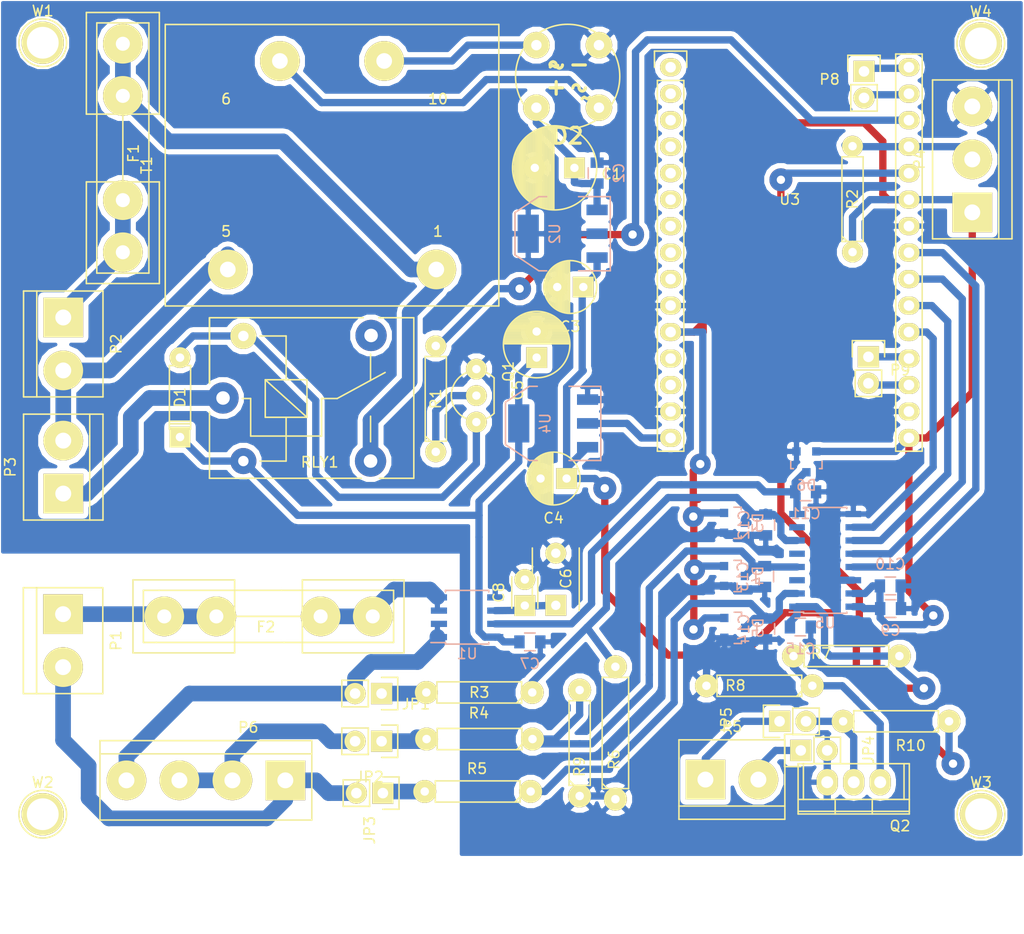
<source format=kicad_pcb>
(kicad_pcb (version 4) (host pcbnew 4.0.2+dfsg1-stable)
  (layers (0 F.Cu signal) (31 B.Cu signal) (34 B.Paste user) (35 F.Paste user) (36 B.SilkS user) (37 F.SilkS user) (38 B.Mask user) (39 F.Mask user) (44 Edge.Cuts user))
  (net 0 "")
  (net 1 "Net-(C1-Pad1)")
  (net 2 GND)
  (net 3 DIM+)
  (net 4 +5V)
  (net 5 "Net-(C6-Pad1)")
  (net 6 "Net-(D1-Pad2)")
  (net 7 "Net-(D2-Pad2)")
  (net 8 "Net-(D2-Pad4)")
  (net 9 "Net-(F1-Pad2)")
  (net 10 "Net-(F1-Pad1)")
  (net 11 "Net-(F2-Pad2)")
  (net 12 VAA)
  (net 13 ADC_LED1_IN+)
  (net 14 LED1+)
  (net 15 LED1-)
  (net 16 ADC_LED2_IN-)
  (net 17 LED2-)
  (net 18 DIM-)
  (net 19 +3V3)
  (net 20 DS18b20)
  (net 21 "Net-(P8-Pad1)")
  (net 22 "Net-(P8-Pad2)")
  (net 23 "Net-(P9-Pad1)")
  (net 24 "Net-(P9-Pad2)")
  (net 25 "Net-(Q1-Pad2)")
  (net 26 "Net-(Q2-Pad1)")
  (net 27 LED_ON)
  (net 28 ESP_PWM_OUT)
  (net 29 LED_Current)
  (net 30 MCP_DOUT)
  (net 31 MCP_CLK)
  (net 32 MCP_DIN)
  (net 33 MCP_CS)
  (net 34 ADC_LED_COMON)
  (net 35 "Net-(JP1-Pad1)")
  (net 36 "Net-(JP2-Pad1)")
  (net 37 "Net-(JP3-Pad1)")
  (net 38 "Net-(JP5-Pad2)")
  (net 39 +10V)
  (net 40 "Net-(P2-Pad2)")
  (net 41 "Net-(P3-Pad1)")
  (module Discret:R4 (layer F.Cu) (at 109.982 142.748 180)
    (fp_text reference R10 (at -1.399 -2.321 180) (layer F.SilkS))
    (fp_text value 10k)
    (pad 1 thru_hole circle (at -5.08 0 180) (size 2.2 2.2) (drill 0.8128) (layers *.Cu *.Mask F.SilkS) (net 39 +10V))
    (pad 2 thru_hole circle (at 5.08 0 180) (size 2.2 2.2) (drill 0.8128) (layers *.Cu *.Mask F.SilkS) (net 38 "Net-(JP5-Pad2)"))
  )
  (module Connect:bornier2 (layer F.Cu) (at 30.099 106.553 270)
    (fp_text reference P2 (at 0 -5.08 270) (layer F.SilkS))
    (fp_text value 230V)
    (pad 1 thru_hole rect (at -2.54 0 270) (size 3.81 3.81) (drill 1.524) (layers *.Cu *.Mask F.SilkS) (net 10 "Net-(F1-Pad1)"))
    (pad 2 thru_hole circle (at 2.54 0 270) (size 3.81 3.81) (drill 1.524) (layers *.Cu *.Mask F.SilkS) (net 40 "Net-(P2-Pad2)"))
  )
  (module nodemcu:NodeMCU_Amica_R2 (layer F.Cu) (at 88.355 80.01)
    (fp_text reference U3 (at 11.43 12.68) (layer F.SilkS))
    (fp_text value NodeMCU_Amica_R2)
    (pad 1 thru_hole oval (at 0 0) (size 2.032 1.7272) (drill 1.016) (layers *.Cu *.Mask F.SilkS))
    (pad 2 thru_hole oval (at 0 2.54) (size 2.032 1.7272) (drill 1.016) (layers *.Cu *.Mask F.SilkS))
    (pad 3 thru_hole oval (at 0 5.08) (size 2.032 1.7272) (drill 1.016) (layers *.Cu *.Mask F.SilkS))
    (pad 4 thru_hole oval (at 0 7.62) (size 2.032 1.7272) (drill 1.016) (layers *.Cu *.Mask F.SilkS))
    (pad 5 thru_hole oval (at 0 10.16) (size 2.032 1.7272) (drill 1.016) (layers *.Cu *.Mask F.SilkS))
    (pad 6 thru_hole oval (at 0 12.7) (size 2.032 1.7272) (drill 1.016) (layers *.Cu *.Mask F.SilkS))
    (pad 7 thru_hole oval (at 0 15.24) (size 2.032 1.7272) (drill 1.016) (layers *.Cu *.Mask F.SilkS))
    (pad 8 thru_hole oval (at 0 17.78) (size 2.032 1.7272) (drill 1.016) (layers *.Cu *.Mask F.SilkS))
    (pad 9 thru_hole oval (at 0 20.32) (size 2.032 1.7272) (drill 1.016) (layers *.Cu *.Mask F.SilkS))
    (pad 10 thru_hole oval (at 0 22.86) (size 2.032 1.7272) (drill 1.016) (layers *.Cu *.Mask F.SilkS) (net 2 GND))
    (pad 11 thru_hole oval (at 0 25.4) (size 2.032 1.7272) (drill 1.016) (layers *.Cu *.Mask F.SilkS) (net 19 +3V3))
    (pad 12 thru_hole oval (at 0 27.94) (size 2.032 1.7272) (drill 1.016) (layers *.Cu *.Mask F.SilkS))
    (pad 13 thru_hole oval (at 0 30.48) (size 2.032 1.7272) (drill 1.016) (layers *.Cu *.Mask F.SilkS))
    (pad 14 thru_hole oval (at 0 33.02) (size 2.032 1.7272) (drill 1.016) (layers *.Cu *.Mask F.SilkS) (net 2 GND))
    (pad 15 thru_hole oval (at 0 35.56) (size 2.032 1.7272) (drill 1.016) (layers *.Cu *.Mask F.SilkS) (net 4 +5V))
    (pad 30 thru_hole oval (at 22.86 0) (size 2.032 1.7272) (drill 1.016) (layers *.Cu *.Mask F.SilkS) (net 21 "Net-(P8-Pad1)"))
    (pad 18 thru_hole oval (at 22.86 30.48) (size 2.032 1.7272) (drill 1.016) (layers *.Cu *.Mask F.SilkS) (net 24 "Net-(P9-Pad2)"))
    (pad 17 thru_hole oval (at 22.86 33.02) (size 2.032 1.7272) (drill 1.016) (layers *.Cu *.Mask F.SilkS) (net 2 GND))
    (pad 19 thru_hole oval (at 22.86 27.94) (size 2.032 1.7272) (drill 1.016) (layers *.Cu *.Mask F.SilkS) (net 23 "Net-(P9-Pad1)"))
    (pad 25 thru_hole oval (at 22.86 12.7) (size 2.032 1.7272) (drill 1.016) (layers *.Cu *.Mask F.SilkS) (net 19 +3V3))
    (pad 26 thru_hole oval (at 22.86 10.16) (size 2.032 1.7272) (drill 1.016) (layers *.Cu *.Mask F.SilkS) (net 28 ESP_PWM_OUT))
    (pad 24 thru_hole oval (at 22.86 15.24) (size 2.032 1.7272) (drill 1.016) (layers *.Cu *.Mask F.SilkS) (net 2 GND))
    (pad 16 thru_hole oval (at 22.86 35.56) (size 2.032 1.7272) (drill 1.016) (layers *.Cu *.Mask F.SilkS) (net 19 +3V3))
    (pad 22 thru_hole oval (at 22.86 20.32) (size 2.032 1.7272) (drill 1.016) (layers *.Cu *.Mask F.SilkS) (net 30 MCP_DOUT))
    (pad 23 thru_hole oval (at 22.86 17.78) (size 2.032 1.7272) (drill 1.016) (layers *.Cu *.Mask F.SilkS) (net 31 MCP_CLK))
    (pad 21 thru_hole oval (at 22.86 22.86) (size 2.032 1.7272) (drill 1.016) (layers *.Cu *.Mask F.SilkS) (net 32 MCP_DIN))
    (pad 20 thru_hole oval (at 22.86 25.4) (size 2.032 1.7272) (drill 1.016) (layers *.Cu *.Mask F.SilkS) (net 33 MCP_CS))
    (pad 28 thru_hole oval (at 22.86 5.08) (size 2.032 1.7272) (drill 1.016) (layers *.Cu *.Mask F.SilkS) (net 27 LED_ON))
    (pad 27 thru_hole oval (at 22.86 7.62) (size 2.032 1.7272) (drill 1.016) (layers *.Cu *.Mask F.SilkS) (net 20 DS18b20))
    (pad 29 thru_hole oval (at 22.86 2.54) (size 2.032 1.7272) (drill 1.016) (layers *.Cu *.Mask F.SilkS) (net 22 "Net-(P8-Pad2)"))
  )
  (module Discret:R4 (layer F.Cu) (at 70.0278 144.4498 180)
    (fp_text reference R4 (at 0.066 2.492 180) (layer F.SilkS))
    (fp_text value 100k)
    (pad 1 thru_hole circle (at -5.08 0 180) (size 2.2 2.2) (drill 0.8128) (layers *.Cu *.Mask F.SilkS) (net 34 ADC_LED_COMON))
    (pad 2 thru_hole circle (at 5.08 0 180) (size 2.2 2.2) (drill 0.8128) (layers *.Cu *.Mask F.SilkS) (net 36 "Net-(JP2-Pad1)"))
  )
  (module Capacitors_SMD:C_0805 (layer B.Cu) (at 81.305 90.165 90)
    (fp_text reference C2 (at 0 2.1 90) (layer B.SilkS) (effects (justify mirror)))
    (fp_text value 100n)
    (pad 1 smd rect (at -1 0 90) (size 1 1.25) (layers B.Cu B.Paste B.Mask) (net 1 "Net-(C1-Pad1)"))
    (pad 2 smd rect (at 1 0 90) (size 1 1.25) (layers B.Cu B.Paste B.Mask) (net 2 GND))
  )
  (module Transformers_CHK:Trafo_CHK-EI30-2VA_Neutral (layer F.Cu) (at 55.88 89.408 90)
    (fp_text reference T1 (at 0 -17.78 90) (layer F.SilkS))
    (fp_text value TRANSFO)
    (fp_text user 10 (at 6.35 10.16 180) (layer F.SilkS))
    (fp_text user 6 (at 6.35 -10.16 180) (layer F.SilkS))
    (fp_text user 5 (at -6.35 -10.16 180) (layer F.SilkS))
    (fp_text user 1 (at -6.35 10.16 180) (layer F.SilkS))
    (pad 1 thru_hole circle (at -9.99998 9.99998 90) (size 3.81 3.81) (drill 1.50114) (layers *.Cu *.Mask F.SilkS) (net 9 "Net-(F1-Pad2)"))
    (pad 5 thru_hole circle (at -9.99998 -9.99998 90) (size 3.81 3.81) (drill 1.50114) (layers *.Cu *.Mask F.SilkS) (net 40 "Net-(P2-Pad2)"))
    (pad 7 thru_hole circle (at 9.99998 -5.00126 90) (size 3.81 3.81) (drill 1.50114) (layers *.Cu *.Mask F.SilkS) (net 7 "Net-(D2-Pad2)"))
    (pad 9 thru_hole circle (at 9.99998 5.00126 90) (size 3.81 3.81) (drill 1.50114) (layers *.Cu *.Mask F.SilkS) (net 8 "Net-(D2-Pad4)"))
  )
  (module Capacitors_ThroughHole:C_Radial_D6.3_L11.2_P2.5 (layer F.Cu) (at 75.505 107.86 90)
    (fp_text reference C5 (at -3.134 -1.82 90) (layer F.SilkS))
    (fp_text value 100u)
    (pad 2 thru_hole circle (at 2.5 0 90) (size 2 2) (drill 0.8) (layers *.Cu *.Mask F.SilkS) (net 2 GND))
    (pad 1 thru_hole rect (at 0 0 90) (size 2 2) (drill 0.8) (layers *.Cu *.Mask F.SilkS) (net 4 +5V))
  )
  (module Discret:R4 (layer F.Cu) (at 70.0024 139.9794 180)
    (fp_text reference R3 (at 0 0 180) (layer F.SilkS))
    (fp_text value 100k)
    (pad 1 thru_hole circle (at -5.08 0 180) (size 2.2 2.2) (drill 0.8128) (layers *.Cu *.Mask F.SilkS) (net 13 ADC_LED1_IN+))
    (pad 2 thru_hole circle (at 5.08 0 180) (size 2.2 2.2) (drill 0.8128) (layers *.Cu *.Mask F.SilkS) (net 35 "Net-(JP1-Pad1)"))
  )
  (module Power_Integrations:TO-220 (layer F.Cu) (at 105.918 148.59 180)
    (fp_text reference Q2 (at -4.4405 -4.195 180) (layer F.SilkS))
    (fp_text value IRL540N)
    (pad 2 thru_hole oval (at 0 0 180) (size 2.032 2.54) (drill 1.143) (layers *.Cu *.Mask F.SilkS) (net 38 "Net-(JP5-Pad2)"))
    (pad 3 thru_hole oval (at 2.54 0 180) (size 2.032 2.54) (drill 1.143) (layers *.Cu *.Mask F.SilkS) (net 2 GND))
    (pad 1 thru_hole oval (at -2.54 0 180) (size 2.032 2.54) (drill 1.143) (layers *.Cu *.Mask F.SilkS) (net 26 "Net-(Q2-Pad1)"))
  )
  (module Connect:bornier3 (layer F.Cu) (at 117.29 88.85 90)
    (fp_text reference P4 (at 0 -5.08 90) (layer F.SilkS))
    (fp_text value DS18b20_1)
    (pad 1 thru_hole rect (at -5.08 0 90) (size 3.81 3.81) (drill 1.524) (layers *.Cu *.Mask F.SilkS) (net 19 +3V3))
    (pad 2 thru_hole circle (at 0 0 90) (size 3.81 3.81) (drill 1.524) (layers *.Cu *.Mask F.SilkS) (net 20 DS18b20))
    (pad 3 thru_hole circle (at 5.08 0 90) (size 3.81 3.81) (drill 1.524) (layers *.Cu *.Mask F.SilkS) (net 2 GND))
  )
  (module Capacitors_ThroughHole:C_Radial_D8_L13_P3.8 (layer F.Cu) (at 79.13 89.66 180)
    (fp_text reference C1 (at -3.566 -0.6 180) (layer F.SilkS))
    (fp_text value 470u)
    (pad 1 thru_hole rect (at 0 0 180) (size 2 2) (drill 0.8) (layers *.Cu *.Mask F.SilkS) (net 1 "Net-(C1-Pad1)"))
    (pad 2 thru_hole circle (at 3.8 0 180) (size 2 2) (drill 0.8) (layers *.Cu *.Mask F.SilkS) (net 2 GND))
  )
  (module Capacitors_ThroughHole:C_Radial_D5_L6_P2.5 (layer F.Cu) (at 79.98 101.09 180)
    (fp_text reference C3 (at 1.25 -3.8 180) (layer F.SilkS))
    (fp_text value 22u)
    (pad 1 thru_hole rect (at 0 0 180) (size 2 2) (drill 0.8) (layers *.Cu *.Mask F.SilkS) (net 39 +10V))
    (pad 2 thru_hole circle (at 2.5 0 180) (size 2 2) (drill 0.8) (layers *.Cu *.Mask F.SilkS) (net 2 GND))
  )
  (module Capacitors_ThroughHole:C_Radial_D5_L11_P2.5 (layer F.Cu) (at 78.38 119.46 180)
    (fp_text reference C4 (at 1.25 -3.8 180) (layer F.SilkS))
    (fp_text value 10u)
    (pad 1 thru_hole rect (at 0 0 180) (size 2 2) (drill 0.8) (layers *.Cu *.Mask F.SilkS) (net 39 +10V))
    (pad 2 thru_hole circle (at 2.5 0 180) (size 2 2) (drill 0.8) (layers *.Cu *.Mask F.SilkS) (net 2 GND))
  )
  (module w_pth_diodes:bridge_wob (layer F.Cu) (at 78.48 80.89)
    (fp_text reference D2 (at 0 5.715) (layer F.SilkS) (effects (font (thickness 0.3048))))
    (fp_text value Diode_Bridge hide)
    (fp_text user ~ (at -1.27 -1.016) (layer F.SilkS) (effects (font (thickness 0.3048))))
    (fp_text user ~ (at 1.778 2.032) (layer F.SilkS) (effects (font (thickness 0.3048))))
    (pad 3 thru_hole circle (at -3 3) (size 2.54 2.54) (drill 1.00076) (layers *.Cu *.Mask F.SilkS) (net 1 "Net-(C1-Pad1)"))
    (pad 2 thru_hole circle (at 3 3) (size 2.54 2.54) (drill 1.00076) (layers *.Cu *.Mask F.SilkS) (net 7 "Net-(D2-Pad2)"))
    (pad 1 thru_hole circle (at 3 -3) (size 2.54 2.54) (drill 1.00076) (layers *.Cu *.Mask F.SilkS) (net 2 GND))
    (pad 4 thru_hole circle (at -3 -3) (size 2.54 2.54) (drill 1.00076) (layers *.Cu *.Mask F.SilkS) (net 8 "Net-(D2-Pad4)"))
  )
  (module Fuse_Holders_and_Fuses:Fuseholder5x20_horiz_open_inline_Type-I (layer F.Cu) (at 35.814 87.757 90)
    (fp_text reference F1 (at -0.508 1.016 90) (layer F.SilkS))
    (fp_text value FUSE)
    (pad 2 thru_hole circle (at 5.00126 0 90) (size 3.81 3.81) (drill 1.34874) (layers *.Cu *.Mask F.SilkS) (net 9 "Net-(F1-Pad2)"))
    (pad 2 thru_hole circle (at 9.99998 0 90) (size 3.81 3.81) (drill 1.34874) (layers *.Cu *.Mask F.SilkS) (net 9 "Net-(F1-Pad2)"))
    (pad 1 thru_hole circle (at -5.00126 0 90) (size 3.81 3.81) (drill 1.34874) (layers *.Cu *.Mask F.SilkS) (net 10 "Net-(F1-Pad1)"))
    (pad 1 thru_hole circle (at -9.99998 0 90) (size 3.81 3.81) (drill 1.34874) (layers *.Cu *.Mask F.SilkS) (net 10 "Net-(F1-Pad1)"))
  )
  (module Fuse_Holders_and_Fuses:Fuseholder5x20_horiz_open_inline_Type-I (layer F.Cu) (at 49.784 132.684)
    (fp_text reference F2 (at -0.254 1.016) (layer F.SilkS))
    (fp_text value FUSE)
    (pad 2 thru_hole circle (at 5.00126 0) (size 3.81 3.81) (drill 1.34874) (layers *.Cu *.Mask F.SilkS) (net 11 "Net-(F2-Pad2)"))
    (pad 2 thru_hole circle (at 9.99998 0) (size 3.81 3.81) (drill 1.34874) (layers *.Cu *.Mask F.SilkS) (net 11 "Net-(F2-Pad2)"))
    (pad 1 thru_hole circle (at -5.00126 0) (size 3.81 3.81) (drill 1.34874) (layers *.Cu *.Mask F.SilkS) (net 12 VAA))
    (pad 1 thru_hole circle (at -9.99998 0) (size 3.81 3.81) (drill 1.34874) (layers *.Cu *.Mask F.SilkS) (net 12 VAA))
  )
  (module Pin_Headers:Pin_Header_Straight_1x02 (layer F.Cu) (at 60.63 140.085 270)
    (fp_text reference JP1 (at 1.016 -3.302 540) (layer F.SilkS))
    (fp_text value "JUMPER(NC)")
    (pad 1 thru_hole rect (at 0 0 270) (size 2.032 2.032) (drill 1.016) (layers *.Cu *.Mask F.SilkS) (net 35 "Net-(JP1-Pad1)"))
    (pad 2 thru_hole oval (at 0 2.54 270) (size 2.032 2.032) (drill 1.016) (layers *.Cu *.Mask F.SilkS) (net 14 LED1+))
  )
  (module Pin_Headers:Pin_Header_Straight_1x02 (layer F.Cu) (at 60.63 144.66 270)
    (fp_text reference JP2 (at 3.429 1.143 360) (layer F.SilkS))
    (fp_text value "JUMPER(NC)")
    (pad 1 thru_hole rect (at 0 0 270) (size 2.032 2.032) (drill 1.016) (layers *.Cu *.Mask F.SilkS) (net 36 "Net-(JP2-Pad1)"))
    (pad 2 thru_hole oval (at 0 2.54 270) (size 2.032 2.032) (drill 1.016) (layers *.Cu *.Mask F.SilkS) (net 15 LED1-))
  )
  (module Pin_Headers:Pin_Header_Straight_1x02 (layer F.Cu) (at 60.755 149.635 270)
    (fp_text reference JP3 (at 3.556 1.27 270) (layer F.SilkS))
    (fp_text value "JUMPER(NC)")
    (pad 1 thru_hole rect (at 0 0 270) (size 2.032 2.032) (drill 1.016) (layers *.Cu *.Mask F.SilkS) (net 37 "Net-(JP3-Pad1)"))
    (pad 2 thru_hole oval (at 0 2.54 270) (size 2.032 2.032) (drill 1.016) (layers *.Cu *.Mask F.SilkS) (net 17 LED2-))
  )
  (module Pin_Headers:Pin_Header_Straight_1x02 (layer F.Cu) (at 100.838 145.542 90)
    (fp_text reference JP4 (at 0.0605 6.5065 90) (layer F.SilkS))
    (fp_text value JUMPER)
    (pad 1 thru_hole rect (at 0 0 90) (size 2.032 2.032) (drill 1.016) (layers *.Cu *.Mask F.SilkS) (net 18 DIM-))
    (pad 2 thru_hole oval (at 0 2.54 90) (size 2.032 2.032) (drill 1.016) (layers *.Cu *.Mask F.SilkS) (net 2 GND))
  )
  (module Connect:bornier4 (layer F.Cu) (at 43.78 148.41 180)
    (fp_text reference P6 (at -4.064 5.08 180) (layer F.SilkS))
    (fp_text value LEDs)
    (pad 2 thru_hole circle (at -2.54 0 180) (size 3.81 3.81) (drill 1.524) (layers *.Cu *.Mask F.SilkS) (net 15 LED1-))
    (pad 3 thru_hole circle (at 2.54 0 180) (size 3.81 3.81) (drill 1.524) (layers *.Cu *.Mask F.SilkS) (net 15 LED1-))
    (pad 1 thru_hole rect (at -7.62 0 180) (size 3.81 3.81) (drill 1.524) (layers *.Cu *.Mask F.SilkS) (net 17 LED2-))
    (pad 4 thru_hole circle (at 7.62 0 180) (size 3.81 3.81) (drill 1.524) (layers *.Cu *.Mask F.SilkS) (net 14 LED1+))
  )
  (module Pin_Headers:Pin_Header_Straight_1x02 (layer F.Cu) (at 106.905 80.41)
    (fp_text reference P8 (at -3.302 0.762) (layer F.SilkS))
    (fp_text value "ESP_PIN1(NC)")
    (pad 1 thru_hole rect (at 0 0) (size 2.032 2.032) (drill 1.016) (layers *.Cu *.Mask F.SilkS) (net 21 "Net-(P8-Pad1)"))
    (pad 2 thru_hole oval (at 0 2.54) (size 2.032 2.032) (drill 1.016) (layers *.Cu *.Mask F.SilkS) (net 22 "Net-(P8-Pad2)"))
  )
  (module Pin_Headers:Pin_Header_Straight_1x02 (layer F.Cu) (at 107.33 107.785)
    (fp_text reference P9 (at 3.048 1.27) (layer F.SilkS))
    (fp_text value "ESP_PINS2(NC)")
    (pad 1 thru_hole rect (at 0 0) (size 2.032 2.032) (drill 1.016) (layers *.Cu *.Mask F.SilkS) (net 23 "Net-(P9-Pad1)"))
    (pad 2 thru_hole oval (at 0 2.54) (size 2.032 2.032) (drill 1.016) (layers *.Cu *.Mask F.SilkS) (net 24 "Net-(P9-Pad2)"))
  )
  (module TO_SOT_Packages_THT:TO-92_Inline_Wide (layer F.Cu) (at 69.723 114.046 90)
    (fp_text reference Q1 (at 4.86 3.07 270) (layer F.SilkS))
    (fp_text value BC548)
    (pad 2 thru_hole circle (at 2.54 0 180) (size 2 2) (drill 0.8) (layers *.Cu *.Mask F.SilkS) (net 25 "Net-(Q1-Pad2)"))
    (pad 3 thru_hole circle (at 5.08 0 180) (size 2 2) (drill 0.8) (layers *.Cu *.Mask F.SilkS) (net 2 GND))
    (pad 1 thru_hole circle (at 0 0 180) (size 2 2) (drill 0.8) (layers *.Cu *.Mask F.SilkS) (net 6 "Net-(D1-Pad2)"))
  )
  (module Discret:R4 (layer F.Cu) (at 69.85 149.479 180)
    (fp_text reference R5 (at 0.066 2.188 180) (layer F.SilkS))
    (fp_text value "(NC)")
    (pad 1 thru_hole circle (at -5.08 0 180) (size 2.2 2.2) (drill 0.8128) (layers *.Cu *.Mask F.SilkS) (net 16 ADC_LED2_IN-))
    (pad 2 thru_hole circle (at 5.08 0 180) (size 2.2 2.2) (drill 0.8128) (layers *.Cu *.Mask F.SilkS) (net 37 "Net-(JP3-Pad1)"))
  )
  (module Discret:R5 (layer F.Cu) (at 83.058 143.8656 90)
    (fp_text reference R6 (at -2.545 -0.125 90) (layer F.SilkS))
    (fp_text value 3k)
    (pad 1 thru_hole circle (at -6.35 0 90) (size 2.2 2.2) (drill 0.8128) (layers *.Cu *.Mask F.SilkS) (net 2 GND))
    (pad 2 thru_hole circle (at 6.35 0 90) (size 2.2 2.2) (drill 0.8128) (layers *.Cu *.Mask F.SilkS) (net 13 ADC_LED1_IN+))
  )
  (module Discret:R4 (layer F.Cu) (at 79.629 144.8308 90)
    (fp_text reference R9 (at -2.272 -0.023 90) (layer F.SilkS))
    (fp_text value 5k)
    (pad 1 thru_hole circle (at -5.08 0 90) (size 2.2 2.2) (drill 0.8128) (layers *.Cu *.Mask F.SilkS) (net 2 GND))
    (pad 2 thru_hole circle (at 5.08 0 90) (size 2.2 2.2) (drill 0.8128) (layers *.Cu *.Mask F.SilkS) (net 34 ADC_LED_COMON))
  )
  (module Capacitors_ThroughHole:C_Disc_D6_P5 (layer F.Cu) (at 77.343 131.6228 90)
    (fp_text reference C6 (at 2.572 0.974 90) (layer F.SilkS))
    (fp_text value 1n)
    (pad 1 thru_hole rect (at 0 0 90) (size 2 2) (drill 0.9) (layers *.Cu *.Mask F.SilkS) (net 5 "Net-(C6-Pad1)"))
    (pad 2 thru_hole circle (at 5 0 90) (size 2 2) (drill 0.9) (layers *.Cu *.Mask F.SilkS) (net 2 GND))
  )
  (module Discret:R4 (layer F.Cu) (at 65.83 111.82 90)
    (fp_text reference R1 (at 0 0 90) (layer F.SilkS))
    (fp_text value 4k7)
    (pad 1 thru_hole circle (at -5.08 0 90) (size 2 2) (drill 0.8128) (layers *.Cu *.Mask F.SilkS) (net 25 "Net-(Q1-Pad2)"))
    (pad 2 thru_hole circle (at 5.08 0 90) (size 2 2) (drill 0.8128) (layers *.Cu *.Mask F.SilkS) (net 27 LED_ON))
  )
  (module Discret:R4 (layer F.Cu) (at 105.805 92.66 90)
    (fp_text reference R2 (at 0 0 90) (layer F.SilkS))
    (fp_text value 4k7)
    (pad 1 thru_hole circle (at -5.08 0 90) (size 2 2) (drill 0.8128) (layers *.Cu *.Mask F.SilkS) (net 19 +3V3))
    (pad 2 thru_hole circle (at 5.08 0 90) (size 2 2) (drill 0.8128) (layers *.Cu *.Mask F.SilkS) (net 20 DS18b20))
  )
  (module Discret:R4 (layer F.Cu) (at 105.22 136.49)
    (fp_text reference R7 (at -2.4355 -0.2395) (layer F.SilkS))
    (fp_text value 100)
    (pad 1 thru_hole circle (at -5.08 0) (size 2.2 2.2) (drill 0.8128) (layers *.Cu *.Mask F.SilkS) (net 26 "Net-(Q2-Pad1)"))
    (pad 2 thru_hole circle (at 5.08 0) (size 2.2 2.2) (drill 0.8128) (layers *.Cu *.Mask F.SilkS) (net 28 ESP_PWM_OUT))
  )
  (module Discret:R4 (layer F.Cu) (at 96.87 139.34 180)
    (fp_text reference R8 (at 2.299 0.02 180) (layer F.SilkS))
    (fp_text value 10k)
    (pad 1 thru_hole circle (at -5.08 0 180) (size 2.2 2.2) (drill 0.8128) (layers *.Cu *.Mask F.SilkS) (net 26 "Net-(Q2-Pad1)"))
    (pad 2 thru_hole circle (at 5.08 0 180) (size 2.2 2.2) (drill 0.8128) (layers *.Cu *.Mask F.SilkS) (net 2 GND))
  )
  (module Capacitors_ThroughHole:C_Disc_D3_P2.5 (layer F.Cu) (at 74.3712 131.6482 90)
    (fp_text reference C8 (at 1.25 -2.5 90) (layer F.SilkS))
    (fp_text value NC)
    (pad 1 thru_hole rect (at 0 0 90) (size 2 2) (drill 0.8) (layers *.Cu *.Mask F.SilkS) (net 5 "Net-(C6-Pad1)"))
    (pad 2 thru_hole circle (at 2.5 0 90) (size 2 2) (drill 0.8001) (layers *.Cu *.Mask F.SilkS) (net 2 GND))
  )
  (module Connect:1pin (layer F.Cu) (at 28.13 77.66)
    (fp_text reference W1 (at 0 -3.048) (layer F.SilkS))
    (fp_text value HOLE)
    (pad 1 thru_hole circle (at 0 0) (size 4.064 4.064) (drill 3.048) (layers *.Cu *.Mask F.SilkS))
  )
  (module Connect:1pin (layer F.Cu) (at 28.13 151.66)
    (fp_text reference W2 (at 0 -3.048) (layer F.SilkS))
    (fp_text value HOLE)
    (pad 1 thru_hole circle (at 0 0) (size 4.064 4.064) (drill 3.048) (layers *.Cu *.Mask F.SilkS))
  )
  (module Connect:1pin (layer F.Cu) (at 118.13 151.66)
    (fp_text reference W3 (at 0 -3.048) (layer F.SilkS))
    (fp_text value HOLE)
    (pad 1 thru_hole circle (at 0 0) (size 4.064 4.064) (drill 3.048) (layers *.Cu *.Mask F.SilkS))
  )
  (module Connect:1pin (layer F.Cu) (at 118.11 77.724)
    (fp_text reference W4 (at 0 -3.048) (layer F.SilkS))
    (fp_text value HOLE)
    (pad 1 thru_hole circle (at 0 0) (size 4.064 4.064) (drill 3.048) (layers *.Cu *.Mask F.SilkS))
  )
  (module Relays_ThroughHole:Relay_SANYOU_SRD_Series_Form_C (layer F.Cu) (at 45.423 111.736)
    (fp_text reference RLY1 (at 9.271 6.16) (layer F.SilkS))
    (fp_text value RELAY_T9AS5x1)
    (pad 2 thru_hole circle (at 1.95 6.05 90) (size 2.5 2.5) (drill 1) (layers *.Cu *.Mask) (net 4 +5V))
    (pad 4 thru_hole circle (at 14.15 6.05 90) (size 3 3) (drill 1.3) (layers *.Cu *.Mask) (net 9 "Net-(F1-Pad2)"))
    (pad 5 thru_hole circle (at 14.2 -6 90) (size 3 3) (drill 1.3) (layers *.Cu *.Mask))
    (pad 1 thru_hole circle (at 1.95 -5.95 90) (size 2.5 2.5) (drill 1) (layers *.Cu *.Mask F.SilkS) (net 6 "Net-(D1-Pad2)"))
    (pad 3 thru_hole circle (at 0 0 90) (size 3 3) (drill 1.3) (layers *.Cu *.Mask) (net 41 "Net-(P3-Pad1)"))
  )
  (module Connect:bornier2 (layer F.Cu) (at 30.08 135.01 270)
    (fp_text reference P1 (at 0 -5.08 270) (layer F.SilkS))
    (fp_text value LED_SUPPY)
    (pad 1 thru_hole rect (at -2.54 0 270) (size 3.81 3.81) (drill 1.524) (layers *.Cu *.Mask F.SilkS) (net 12 VAA))
    (pad 2 thru_hole circle (at 2.54 0 270) (size 3.81 3.81) (drill 1.524) (layers *.Cu *.Mask F.SilkS) (net 17 LED2-))
  )
  (module Connect:bornier2 (layer F.Cu) (at 94.234 148.336)
    (fp_text reference P5 (at 0 -5.08) (layer F.SilkS))
    (fp_text value LED_DIMM)
    (pad 1 thru_hole rect (at -2.54 0) (size 3.81 3.81) (drill 1.524) (layers *.Cu *.Mask F.SilkS) (net 3 DIM+))
    (pad 2 thru_hole circle (at 2.54 0) (size 3.81 3.81) (drill 1.524) (layers *.Cu *.Mask F.SilkS) (net 18 DIM-))
  )
  (module Housings_SOIC:SOIC-8_3.9x4.9mm_Pitch1.27mm (layer B.Cu) (at 68.834 132.7658)
    (fp_text reference U1 (at 0 3.5) (layer B.SilkS) (effects (justify mirror)))
    (fp_text value ACS712ELCTR-05B-T)
    (pad 1 smd rect (at -2.7 1.905) (size 1.55 0.6) (layers B.Cu B.Paste B.Mask) (net 14 LED1+))
    (pad 2 smd rect (at -2.7 0.635) (size 1.55 0.6) (layers B.Cu B.Paste B.Mask) (net 14 LED1+))
    (pad 3 smd rect (at -2.7 -0.635) (size 1.55 0.6) (layers B.Cu B.Paste B.Mask) (net 11 "Net-(F2-Pad2)"))
    (pad 4 smd rect (at -2.7 -1.905) (size 1.55 0.6) (layers B.Cu B.Paste B.Mask) (net 11 "Net-(F2-Pad2)"))
    (pad 5 smd rect (at 2.7 -1.905) (size 1.55 0.6) (layers B.Cu B.Paste B.Mask) (net 2 GND))
    (pad 6 smd rect (at 2.7 -0.635) (size 1.55 0.6) (layers B.Cu B.Paste B.Mask) (net 5 "Net-(C6-Pad1)"))
    (pad 7 smd rect (at 2.7 0.635) (size 1.55 0.6) (layers B.Cu B.Paste B.Mask) (net 29 LED_Current))
    (pad 8 smd rect (at 2.7 1.905) (size 1.55 0.6) (layers B.Cu B.Paste B.Mask) (net 4 +5V))
  )
  (module TO_SOT_Packages_SMD:SOT-23 (layer B.Cu) (at 101.38 117.86)
    (fp_text reference D6 (at 0 2.25) (layer B.SilkS) (effects (justify mirror)))
    (fp_text value BAT54-04)
    (pad 1 smd rect (at -0.95 -1.00076) (size 0.8001 0.8001) (layers B.Cu B.Paste B.Mask) (net 2 GND))
    (pad 2 smd rect (at 0.95 -1.00076) (size 0.8001 0.8001) (layers B.Cu B.Paste B.Mask) (net 19 +3V3))
    (pad 3 smd rect (at 0 0.99822) (size 0.8001 0.8001) (layers B.Cu B.Paste B.Mask) (net 29 LED_Current))
  )
  (module TO_SOT_Packages_SMD:SOT-23 (layer B.Cu) (at 94.505 133.785 90)
    (fp_text reference D5 (at 0 2.25 90) (layer B.SilkS) (effects (justify mirror)))
    (fp_text value BAT54-04)
    (pad 1 smd rect (at -0.95 -1.00076 90) (size 0.8001 0.8001) (layers B.Cu B.Paste B.Mask) (net 2 GND))
    (pad 2 smd rect (at 0.95 -1.00076 90) (size 0.8001 0.8001) (layers B.Cu B.Paste B.Mask) (net 19 +3V3))
    (pad 3 smd rect (at 0 0.99822 90) (size 0.8001 0.8001) (layers B.Cu B.Paste B.Mask) (net 16 ADC_LED2_IN-))
  )
  (module TO_SOT_Packages_SMD:SOT-23 (layer B.Cu) (at 94.48 128.81 90)
    (fp_text reference D4 (at 0 2.25 90) (layer B.SilkS) (effects (justify mirror)))
    (fp_text value BAT54-04)
    (pad 1 smd rect (at -0.95 -1.00076 90) (size 0.8001 0.8001) (layers B.Cu B.Paste B.Mask) (net 2 GND))
    (pad 2 smd rect (at 0.95 -1.00076 90) (size 0.8001 0.8001) (layers B.Cu B.Paste B.Mask) (net 19 +3V3))
    (pad 3 smd rect (at 0 0.99822 90) (size 0.8001 0.8001) (layers B.Cu B.Paste B.Mask) (net 34 ADC_LED_COMON))
  )
  (module TO_SOT_Packages_SMD:SOT-23 (layer B.Cu) (at 94.48 123.71 90)
    (fp_text reference D3 (at 0 2.25 90) (layer B.SilkS) (effects (justify mirror)))
    (fp_text value BAT54-04)
    (pad 1 smd rect (at -0.95 -1.00076 90) (size 0.8001 0.8001) (layers B.Cu B.Paste B.Mask) (net 2 GND))
    (pad 2 smd rect (at 0.95 -1.00076 90) (size 0.8001 0.8001) (layers B.Cu B.Paste B.Mask) (net 19 +3V3))
    (pad 3 smd rect (at 0 0.99822 90) (size 0.8001 0.8001) (layers B.Cu B.Paste B.Mask) (net 13 ADC_LED1_IN+))
  )
  (module TO_SOT_Packages_SMD:SOT-223 (layer B.Cu) (at 77.089 114.173 270)
    (fp_text reference U4 (at 0 0.762 270) (layer B.SilkS) (effects (justify mirror)))
    (fp_text value LD1117S50TR)
    (pad 4 smd rect (at 0 3.302 270) (size 3.6576 2.032) (layers B.Cu B.Paste B.Mask) (net 4 +5V))
    (pad 2 smd rect (at 0 -3.302 270) (size 1.016 2.032) (layers B.Cu B.Paste B.Mask) (net 4 +5V))
    (pad 3 smd rect (at 2.286 -3.302 270) (size 1.016 2.032) (layers B.Cu B.Paste B.Mask) (net 39 +10V))
    (pad 1 smd rect (at -2.286 -3.302 270) (size 1.016 2.032) (layers B.Cu B.Paste B.Mask) (net 2 GND))
  )
  (module TO_SOT_Packages_SMD:SOT-223 (layer B.Cu) (at 78 95.98 270)
    (fp_text reference U2 (at 0 0.762 270) (layer B.SilkS) (effects (justify mirror)))
    (fp_text value TLE_4266)
    (pad 4 smd rect (at 0 3.302 270) (size 3.6576 2.032) (layers B.Cu B.Paste B.Mask) (net 2 GND))
    (pad 2 smd rect (at 0 -3.302 270) (size 1.016 2.032) (layers B.Cu B.Paste B.Mask) (net 2 GND))
    (pad 3 smd rect (at 2.286 -3.302 270) (size 1.016 2.032) (layers B.Cu B.Paste B.Mask) (net 39 +10V))
    (pad 1 smd rect (at -2.286 -3.302 270) (size 1.016 2.032) (layers B.Cu B.Paste B.Mask) (net 1 "Net-(C1-Pad1)"))
  )
  (module Discret:D3 (layer F.Cu) (at 41.2955 111.673 270)
    (fp_text reference D1 (at 0 0 270) (layer F.SilkS))
    (fp_text value 1N4148)
    (pad 1 thru_hole rect (at 3.81 0 270) (size 2 2) (drill 0.8128) (layers *.Cu *.Mask F.SilkS) (net 4 +5V))
    (pad 2 thru_hole circle (at -3.81 0 270) (size 2 2) (drill 0.8128) (layers *.Cu *.Mask F.SilkS) (net 6 "Net-(D1-Pad2)"))
  )
  (module Pin_Headers:Pin_Header_Straight_1x02 (layer F.Cu) (at 98.806 142.748 90)
    (fp_text reference JP5 (at 0 -5.1 90) (layer F.SilkS))
    (fp_text value JUMPER)
    (pad 1 thru_hole rect (at 0 0 90) (size 2.032 2.032) (drill 1.016) (layers *.Cu *.Mask F.SilkS) (net 3 DIM+))
    (pad 2 thru_hole oval (at 0 2.54 90) (size 2.032 2.032) (drill 1.016) (layers *.Cu *.Mask F.SilkS) (net 38 "Net-(JP5-Pad2)"))
  )
  (module Capacitors_SMD:C_0805 (layer B.Cu) (at 74.8538 135.128)
    (fp_text reference C7 (at 0 2.1) (layer B.SilkS) (effects (justify mirror)))
    (fp_text value 100n)
    (pad 1 smd rect (at -1 0) (size 1 1.25) (layers B.Cu B.Paste B.Mask) (net 4 +5V))
    (pad 2 smd rect (at 1 0) (size 1 1.25) (layers B.Cu B.Paste B.Mask) (net 2 GND))
  )
  (module Capacitors_SMD:C_0805 (layer B.Cu) (at 109.455 131.935)
    (fp_text reference C9 (at 0 2.1) (layer B.SilkS) (effects (justify mirror)))
    (fp_text value 100n)
    (pad 1 smd rect (at -1 0) (size 1 1.25) (layers B.Cu B.Paste B.Mask) (net 19 +3V3))
    (pad 2 smd rect (at 1 0) (size 1 1.25) (layers B.Cu B.Paste B.Mask) (net 2 GND))
  )
  (module Capacitors_SMD:C_0805 (layer B.Cu) (at 109.43 129.76 180)
    (fp_text reference C10 (at 0 2.1 180) (layer B.SilkS) (effects (justify mirror)))
    (fp_text value 100n)
    (pad 1 smd rect (at -1 0 180) (size 1 1.25) (layers B.Cu B.Paste B.Mask) (net 2 GND))
    (pad 2 smd rect (at 1 0 180) (size 1 1.25) (layers B.Cu B.Paste B.Mask) (net 19 +3V3))
  )
  (module Capacitors_SMD:C_0805 (layer B.Cu) (at 101.305 120.735)
    (fp_text reference C11 (at 0 2.1) (layer B.SilkS) (effects (justify mirror)))
    (fp_text value 100n)
    (pad 1 smd rect (at -1 0) (size 1 1.25) (layers B.Cu B.Paste B.Mask) (net 29 LED_Current))
    (pad 2 smd rect (at 1 0) (size 1 1.25) (layers B.Cu B.Paste B.Mask) (net 2 GND))
  )
  (module Capacitors_SMD:C_0805 (layer B.Cu) (at 97.48 123.91 270)
    (fp_text reference C12 (at 0 2.1 270) (layer B.SilkS) (effects (justify mirror)))
    (fp_text value 100n)
    (pad 1 smd rect (at -1 0 270) (size 1 1.25) (layers B.Cu B.Paste B.Mask) (net 13 ADC_LED1_IN+))
    (pad 2 smd rect (at 1 0 270) (size 1 1.25) (layers B.Cu B.Paste B.Mask) (net 2 GND))
  )
  (module Capacitors_SMD:C_0805 (layer B.Cu) (at 97.38 128.86 270)
    (fp_text reference C13 (at 0 2.1 270) (layer B.SilkS) (effects (justify mirror)))
    (fp_text value 100n)
    (pad 1 smd rect (at -1 0 270) (size 1 1.25) (layers B.Cu B.Paste B.Mask) (net 34 ADC_LED_COMON))
    (pad 2 smd rect (at 1 0 270) (size 1 1.25) (layers B.Cu B.Paste B.Mask) (net 2 GND))
  )
  (module Capacitors_SMD:C_0805 (layer B.Cu) (at 97.48 133.885 270)
    (fp_text reference C14 (at 0 2.1 270) (layer B.SilkS) (effects (justify mirror)))
    (fp_text value 100n)
    (pad 1 smd rect (at -1 0 270) (size 1 1.25) (layers B.Cu B.Paste B.Mask) (net 16 ADC_LED2_IN-))
    (pad 2 smd rect (at 1 0 270) (size 1 1.25) (layers B.Cu B.Paste B.Mask) (net 2 GND))
  )
  (module Capacitors_SMD:C_0805 (layer B.Cu) (at 100.8 133.7)
    (fp_text reference C15 (at 0 2.1) (layer B.SilkS) (effects (justify mirror)))
    (fp_text value 100n)
    (pad 1 smd rect (at -1 0) (size 1 1.25) (layers B.Cu B.Paste B.Mask) (net 28 ESP_PWM_OUT))
    (pad 2 smd rect (at 1 0) (size 1 1.25) (layers B.Cu B.Paste B.Mask) (net 2 GND))
  )
  (module Housings_SOIC:SOIC-16_3.9x9.9mm_Pitch1.27mm (layer B.Cu) (at 103.18 127.31)
    (fp_text reference U5 (at 0 6) (layer B.SilkS) (effects (justify mirror)))
    (fp_text value MCP3208)
    (pad 1 smd rect (at -2.7 4.445) (size 1.5 0.6) (layers B.Cu B.Paste B.Mask) (net 28 ESP_PWM_OUT))
    (pad 2 smd rect (at -2.7 3.175) (size 1.5 0.6) (layers B.Cu B.Paste B.Mask) (net 16 ADC_LED2_IN-))
    (pad 3 smd rect (at -2.7 1.905) (size 1.5 0.6) (layers B.Cu B.Paste B.Mask))
    (pad 4 smd rect (at -2.7 0.635) (size 1.5 0.6) (layers B.Cu B.Paste B.Mask) (net 34 ADC_LED_COMON))
    (pad 5 smd rect (at -2.7 -0.635) (size 1.5 0.6) (layers B.Cu B.Paste B.Mask))
    (pad 6 smd rect (at -2.7 -1.905) (size 1.5 0.6) (layers B.Cu B.Paste B.Mask) (net 13 ADC_LED1_IN+))
    (pad 7 smd rect (at -2.7 -3.175) (size 1.5 0.6) (layers B.Cu B.Paste B.Mask))
    (pad 8 smd rect (at -2.7 -4.445) (size 1.5 0.6) (layers B.Cu B.Paste B.Mask) (net 29 LED_Current))
    (pad 9 smd rect (at 2.7 -4.445) (size 1.5 0.6) (layers B.Cu B.Paste B.Mask) (net 2 GND))
    (pad 10 smd rect (at 2.7 -3.175) (size 1.5 0.6) (layers B.Cu B.Paste B.Mask) (net 33 MCP_CS))
    (pad 11 smd rect (at 2.7 -1.905) (size 1.5 0.6) (layers B.Cu B.Paste B.Mask) (net 32 MCP_DIN))
    (pad 12 smd rect (at 2.7 -0.635) (size 1.5 0.6) (layers B.Cu B.Paste B.Mask) (net 30 MCP_DOUT))
    (pad 13 smd rect (at 2.7 0.635) (size 1.5 0.6) (layers B.Cu B.Paste B.Mask) (net 31 MCP_CLK))
    (pad 14 smd rect (at 2.7 1.905) (size 1.5 0.6) (layers B.Cu B.Paste B.Mask) (net 2 GND))
    (pad 15 smd rect (at 2.7 3.175) (size 1.5 0.6) (layers B.Cu B.Paste B.Mask) (net 19 +3V3))
    (pad 16 smd rect (at 2.7 4.445) (size 1.5 0.6) (layers B.Cu B.Paste B.Mask) (net 19 +3V3))
  )
  (module Connect:bornier2 (layer F.Cu) (at 30.099 118.364 90)
    (fp_text reference P3 (at 0 -5.08 90) (layer F.SilkS))
    (fp_text value MEAN_WELL)
    (pad 1 thru_hole rect (at -2.54 0 90) (size 3.81 3.81) (drill 1.524) (layers *.Cu *.Mask F.SilkS) (net 41 "Net-(P3-Pad1)"))
    (pad 2 thru_hole circle (at 2.54 0 90) (size 3.81 3.81) (drill 1.524) (layers *.Cu *.Mask F.SilkS) (net 40 "Net-(P2-Pad2)"))
  )
  (segment (start 75.48 83.89) (end 75.48 85.32) (width 0.7) (layer B.Cu) (net 1))
  (segment (start 79.13 88.97) (end 79.13 90.64) (width 0.7) (layer B.Cu) (net 1))
  (segment (start 75.48 85.32) (end 79.13 88.97) (width 0.7) (layer B.Cu) (net 1))
  (segment (start 79.13 90.64) (end 79.13 91.065) (width 0.7) (layer B.Cu) (net 1))
  (segment (start 79.13 91.065) (end 79.83 91.165) (width 0.7) (layer B.Cu) (net 1))
  (segment (start 79.83 91.165) (end 81.305 91.165) (width 0.7) (layer B.Cu) (net 1))
  (segment (start 81.302 93.694) (end 81.302 91.168) (width 0.7) (layer B.Cu) (net 1))
  (segment (start 81.302 91.168) (end 81.305 91.165) (width 0.7) (layer B.Cu) (net 1))
  (segment (start 80.734 93.694) (end 81.302 93.694) (width 0.7) (layer B.Cu) (net 1))
  (segment (start 81.61 146.0754) (end 81.7646 146.0754) (width 0.7) (layer B.Cu) (net 2))
  (segment (start 81.7646 146.0754) (end 87.5284 140.3116) (width 0.7) (layer B.Cu) (net 2))
  (segment (start 105.88 129.215) (end 104.505 129.215) (width 0.7) (layer B.Cu) (net 2))
  (segment (start 103.378 150.318) (end 103.378 148.59) (width 0.7) (layer B.Cu) (net 2))
  (segment (start 104 150.94) (end 103.378 150.318) (width 0.7) (layer B.Cu) (net 2))
  (segment (start 114.05 150.94) (end 104 150.94) (width 0.7) (layer B.Cu) (net 2))
  (segment (start 117.65 147.34) (end 114.05 150.94) (width 0.7) (layer B.Cu) (net 2))
  (segment (start 117.65 142.4) (end 117.65 147.34) (width 0.7) (layer B.Cu) (net 2))
  (segment (start 114.83 139.58) (end 117.65 142.4) (width 0.7) (layer B.Cu) (net 2))
  (segment (start 114.83 137.67) (end 114.83 139.58) (width 0.7) (layer B.Cu) (net 2))
  (segment (start 111.74 134.58) (end 114.83 137.67) (width 0.7) (layer B.Cu) (net 2))
  (segment (start 104.95 134.58) (end 111.74 134.58) (width 0.7) (layer B.Cu) (net 2))
  (segment (start 104.34 133.97) (end 104.95 134.58) (width 0.7) (layer B.Cu) (net 2))
  (segment (start 104.34 129.38) (end 104.34 133.97) (width 0.7) (layer B.Cu) (net 2))
  (segment (start 104.505 129.215) (end 104.34 129.38) (width 0.7) (layer B.Cu) (net 2))
  (segment (start 103.378 148.59) (end 103.378 145.542) (width 0.7) (layer B.Cu) (net 2))
  (segment (start 91.79 139.34) (end 91.821 136.41824) (width 0.7) (layer B.Cu) (net 2))
  (segment (start 91.821 136.41824) (end 93.50424 134.735) (width 0.7) (layer B.Cu) (net 2))
  (segment (start 93.47924 124.66) (end 92.7132 124.66) (width 0.7) (layer B.Cu) (net 2))
  (segment (start 72.771 143.2814) (end 72.771 148.6154) (width 0.7) (layer B.Cu) (net 2))
  (segment (start 73.8886 142.1638) (end 72.771 143.2814) (width 0.7) (layer B.Cu) (net 2))
  (segment (start 76.3016 142.1638) (end 73.8886 142.1638) (width 0.7) (layer B.Cu) (net 2))
  (segment (start 77.4446 141.0208) (end 76.3016 142.1638) (width 0.7) (layer B.Cu) (net 2))
  (segment (start 77.4446 139.0396) (end 77.4446 141.0208) (width 0.7) (layer B.Cu) (net 2))
  (segment (start 78.7908 137.6934) (end 77.4446 139.0396) (width 0.7) (layer B.Cu) (net 2))
  (segment (start 80.3148 137.6934) (end 78.7908 137.6934) (width 0.7) (layer B.Cu) (net 2))
  (segment (start 82.9818 140.3604) (end 80.3148 137.6934) (width 0.7) (layer B.Cu) (net 2))
  (segment (start 83.566 140.3604) (end 82.9818 140.3604) (width 0.7) (layer B.Cu) (net 2))
  (segment (start 85.09 138.8364) (end 83.566 140.3604) (width 0.7) (layer B.Cu) (net 2))
  (segment (start 85.09 129.413) (end 85.09 138.8364) (width 0.7) (layer B.Cu) (net 2))
  (segment (start 89.3826 125.1204) (end 85.09 129.413) (width 0.7) (layer B.Cu) (net 2))
  (segment (start 92.2528 125.1204) (end 89.3826 125.1204) (width 0.7) (layer B.Cu) (net 2))
  (segment (start 92.7132 124.66) (end 92.2528 125.1204) (width 0.7) (layer B.Cu) (net 2))
  (segment (start 79.629 149.9108) (end 82.7532 149.9108) (width 0.7) (layer B.Cu) (net 2))
  (segment (start 82.7532 149.9108) (end 83.058 150.2156) (width 0.7) (layer B.Cu) (net 2))
  (segment (start 79.9084 150.1902) (end 79.629 149.9108) (width 0.7) (layer B.Cu) (net 2))
  (segment (start 93.47924 129.76) (end 92.024998 129.76) (width 0.7) (layer B.Cu) (net 2))
  (segment (start 87.5284 132.6642) (end 87.5284 140.3116) (width 0.7) (layer B.Cu) (net 2))
  (segment (start 89.8906 130.302) (end 87.5284 132.6642) (width 0.7) (layer B.Cu) (net 2))
  (segment (start 91.482998 130.302) (end 89.8906 130.302) (width 0.7) (layer B.Cu) (net 2))
  (segment (start 92.024998 129.76) (end 91.482998 130.302) (width 0.7) (layer B.Cu) (net 2))
  (segment (start 81.61 146.0754) (end 77.6986 146.0754) (width 0.7) (layer B.Cu) (net 2))
  (segment (start 77.6986 146.0754) (end 76.8096 146.9644) (width 0.7) (layer B.Cu) (net 2))
  (segment (start 76.8096 146.9644) (end 74.422 146.9644) (width 0.7) (layer B.Cu) (net 2))
  (segment (start 74.422 146.9644) (end 72.771 148.6154) (width 0.7) (layer B.Cu) (net 2))
  (segment (start 77.7494 151.7904) (end 79.629 149.9108) (width 0.7) (layer B.Cu) (net 2))
  (segment (start 72.771 148.6154) (end 72.771 150.2918) (width 0.7) (layer B.Cu) (net 2))
  (segment (start 72.771 150.2918) (end 74.2696 151.7904) (width 0.7) (layer B.Cu) (net 2))
  (segment (start 74.2696 151.7904) (end 77.7494 151.7904) (width 0.7) (layer B.Cu) (net 2))
  (segment (start 97.48 134.885) (end 96.8138 134.885) (width 0.7) (layer B.Cu) (net 2))
  (segment (start 96.4692 135.2296) (end 93.50424 135.2296) (width 0.7) (layer B.Cu) (net 2))
  (segment (start 96.8138 134.885) (end 96.4692 135.2296) (width 0.7) (layer B.Cu) (net 2))
  (segment (start 93.50424 134.735) (end 93.50424 135.2296) (width 0.7) (layer B.Cu) (net 2))
  (segment (start 80.391 111.887) (end 84.607 111.887) (width 0.7) (layer B.Cu) (net 2))
  (segment (start 85.75 113.03) (end 88.355 113.03) (width 0.7) (layer B.Cu) (net 2))
  (segment (start 84.607 111.887) (end 85.75 113.03) (width 0.7) (layer B.Cu) (net 2))
  (segment (start 74.805 95.59) (end 74.698 95.697) (width 0.7) (layer B.Cu) (net 2))
  (segment (start 74.698 95.697) (end 74.698 95.98) (width 0.7) (layer B.Cu) (net 2))
  (segment (start 110.43 129.76) (end 110.43 131.91) (width 0.7) (layer B.Cu) (net 2))
  (segment (start 110.43 131.91) (end 110.455 131.935) (width 0.7) (layer B.Cu) (net 2))
  (segment (start 97.48 124.91) (end 94.53 124.91) (width 0.7) (layer B.Cu) (net 2))
  (segment (start 94.53 124.91) (end 93.72924 124.91) (width 0.7) (layer B.Cu) (net 2))
  (segment (start 93.72924 124.91) (end 93.47924 124.66) (width 0.7) (layer B.Cu) (net 2))
  (segment (start 93.47924 129.76) (end 94.180002 129.76) (width 0.7) (layer B.Cu) (net 2))
  (segment (start 94.48 130.059998) (end 97.38 130.059998) (width 0.7) (layer B.Cu) (net 2))
  (segment (start 94.180002 129.76) (end 94.48 130.059998) (width 0.7) (layer B.Cu) (net 2))
  (segment (start 97.38 130.059998) (end 97.38 129.86) (width 0.7) (layer B.Cu) (net 2))
  (segment (start 81.305 89.165) (end 81.43 89.165) (width 0.7) (layer B.Cu) (net 2))
  (segment (start 91.694 148.336) (end 91.694 146.304) (width 0.7) (layer B.Cu) (net 3))
  (segment (start 95.25 142.748) (end 98.806 142.748) (width 0.7) (layer B.Cu) (net 3))
  (segment (start 91.694 146.304) (end 95.25 142.748) (width 0.7) (layer B.Cu) (net 3))
  (segment (start 91.694 148.336) (end 91.948 148.336) (width 0.7) (layer B.Cu) (net 3))
  (segment (start 69.977 122.99) (end 52.577 122.99) (width 0.7) (layer B.Cu) (net 4))
  (segment (start 52.577 122.99) (end 47.373 117.786) (width 0.7) (layer B.Cu) (net 4))
  (segment (start 69.977 125.08) (end 69.977 122.99) (width 0.7) (layer B.Cu) (net 4))
  (segment (start 69.977 122.99) (end 69.977 121.663) (width 0.7) (layer B.Cu) (net 4))
  (segment (start 69.977 121.663) (end 73.787 117.853) (width 0.7) (layer B.Cu) (net 4))
  (segment (start 73.787 114.173) (end 73.787 117.853) (width 0.7) (layer B.Cu) (net 4))
  (segment (start 47.373 117.786) (end 47.373 118.393) (width 0.7) (layer B.Cu) (net 4))
  (segment (start 71.534 134.6708) (end 70.5358 134.6708) (width 0.7) (layer B.Cu) (net 4))
  (segment (start 69.977 134.112) (end 69.977 125.08) (width 0.7) (layer B.Cu) (net 4))
  (segment (start 70.5358 134.6708) (end 69.977 134.112) (width 0.7) (layer B.Cu) (net 4))
  (segment (start 71.534 134.6708) (end 71.882 134.6708) (width 0.7) (layer B.Cu) (net 4))
  (segment (start 71.882 134.6708) (end 72.3392 135.128) (width 0.7) (layer B.Cu) (net 4))
  (segment (start 72.3392 135.128) (end 73.8538 135.128) (width 0.7) (layer B.Cu) (net 4))
  (segment (start 88.355 115.57) (end 85.565 115.57) (width 0.7) (layer B.Cu) (net 4))
  (segment (start 84.168 114.173) (end 80.391 114.173) (width 0.7) (layer B.Cu) (net 4))
  (segment (start 85.565 115.57) (end 84.168 114.173) (width 0.7) (layer B.Cu) (net 4))
  (segment (start 73.787 114.173) (end 73.787 109.578) (width 0.7) (layer B.Cu) (net 4))
  (segment (start 73.787 109.578) (end 75.505 107.86) (width 0.7) (layer B.Cu) (net 4))
  (segment (start 47.373 117.786) (end 43.5985 117.786) (width 0.7) (layer B.Cu) (net 4))
  (segment (start 43.5985 117.786) (end 41.2955 115.483) (width 0.7) (layer B.Cu) (net 4))
  (segment (start 73.787 114.173) (end 74.422 114.173) (width 0.7) (layer B.Cu) (net 4))
  (segment (start 47.373 117.786) (end 47.373 117.597) (width 0.7) (layer B.Cu) (net 4))
  (segment (start 47.373 117.786) (end 47.373 117.026) (width 0.7) (layer B.Cu) (net 4))
  (segment (start 77.343 131.6228) (end 74.422 131.699) (width 0.7) (layer B.Cu) (net 5))
  (segment (start 74.422 131.699) (end 74.3712 131.6482) (width 0.7) (layer B.Cu) (net 5))
  (segment (start 71.534 132.1308) (end 73.914 132.1054) (width 0.7) (layer B.Cu) (net 5))
  (segment (start 73.914 132.1054) (end 74.3712 131.6482) (width 0.7) (layer B.Cu) (net 5))
  (segment (start 47.373 105.786) (end 48.116 105.786) (width 0.7) (layer B.Cu) (net 6))
  (segment (start 48.116 105.786) (end 54.32 111.99) (width 0.7) (layer B.Cu) (net 6))
  (segment (start 69.723 118.027) (end 69.723 114.046) (width 0.7) (layer B.Cu) (net 6))
  (segment (start 66.49 121.26) (end 69.723 118.027) (width 0.7) (layer B.Cu) (net 6))
  (segment (start 56.49 121.26) (end 66.49 121.26) (width 0.7) (layer B.Cu) (net 6))
  (segment (start 54.32 119.09) (end 56.49 121.26) (width 0.7) (layer B.Cu) (net 6))
  (segment (start 54.32 111.99) (end 54.32 119.09) (width 0.7) (layer B.Cu) (net 6))
  (segment (start 69.6 113.58) (end 69.68 113.58) (width 0.7) (layer B.Cu) (net 6))
  (segment (start 41.2955 107.863) (end 41.2955 107.7755) (width 0.7) (layer B.Cu) (net 6))
  (segment (start 41.2955 107.863) (end 41.2955 107.0445) (width 0.7) (layer B.Cu) (net 6))
  (segment (start 42.554 105.786) (end 47.373 105.786) (width 0.7) (layer B.Cu) (net 6))
  (segment (start 41.2955 107.0445) (end 42.554 105.786) (width 0.7) (layer B.Cu) (net 6))
  (segment (start 81.48 83.89) (end 81.26 83.89) (width 0.7) (layer B.Cu) (net 7))
  (segment (start 81.26 83.89) (end 78.56 81.19) (width 0.7) (layer B.Cu) (net 7))
  (segment (start 54.87072 83.4) (end 50.87874 79.40802) (width 0.7) (layer B.Cu) (net 7))
  (segment (start 68.46 83.4) (end 54.87072 83.4) (width 0.7) (layer B.Cu) (net 7))
  (segment (start 70.67 81.19) (end 68.46 83.4) (width 0.7) (layer B.Cu) (net 7))
  (segment (start 78.56 81.19) (end 70.67 81.19) (width 0.7) (layer B.Cu) (net 7))
  (segment (start 81.48 83.89) (end 81.15 83.89) (width 0.7) (layer B.Cu) (net 7))
  (segment (start 50.87874 80.08874) (end 50.87874 79.40802) (width 0.7) (layer B.Cu) (net 7))
  (segment (start 60.88126 79.40802) (end 67.39198 79.40802) (width 0.7) (layer B.Cu) (net 8))
  (segment (start 68.91 77.89) (end 75.48 77.89) (width 0.7) (layer B.Cu) (net 8))
  (segment (start 67.39198 79.40802) (end 68.91 77.89) (width 0.7) (layer B.Cu) (net 8))
  (segment (start 60.88126 79.40802) (end 60.88126 79.25874) (width 0.7) (layer B.Cu) (net 8))
  (segment (start 65.87998 99.40798) (end 63.46698 99.40798) (width 1.5) (layer B.Cu) (net 9))
  (segment (start 40.18026 87.122) (end 35.814 82.75574) (width 1.5) (layer B.Cu) (net 9))
  (segment (start 51.181 87.122) (end 40.18026 87.122) (width 1.5) (layer B.Cu) (net 9))
  (segment (start 63.46698 99.40798) (end 51.181 87.122) (width 1.5) (layer B.Cu) (net 9))
  (segment (start 35.814 77.75702) (end 35.814 82.75574) (width 1.5) (layer B.Cu) (net 9))
  (segment (start 65.87998 99.40798) (end 65.87998 101.01002) (width 1.5) (layer B.Cu) (net 9))
  (segment (start 65.87998 101.01002) (end 63.33 103.56) (width 1.5) (layer B.Cu) (net 9))
  (segment (start 63.33 103.56) (end 63.33 110.11) (width 1.5) (layer B.Cu) (net 9))
  (segment (start 63.33 110.11) (end 59.573 113.867) (width 1.5) (layer B.Cu) (net 9))
  (segment (start 59.573 113.867) (end 59.573 117.786) (width 1.5) (layer B.Cu) (net 9))
  (segment (start 59.30626 118.05274) (end 59.573 117.786) (width 1.5) (layer B.Cu) (net 9))
  (segment (start 35.814 97.75698) (end 35.814 92.75826) (width 1.5) (layer B.Cu) (net 10))
  (segment (start 30.099 104.013) (end 30.099 103.47198) (width 1.5) (layer B.Cu) (net 10))
  (segment (start 30.099 103.47198) (end 35.814 97.75698) (width 1.5) (layer B.Cu) (net 10))
  (segment (start 54.78526 132.684) (end 59.78398 132.684) (width 1.5) (layer B.Cu) (net 11))
  (segment (start 59.78398 132.684) (end 59.78398 132.15602) (width 1.5) (layer B.Cu) (net 11))
  (segment (start 59.78398 132.15602) (end 61.83 130.11) (width 1.5) (layer B.Cu) (net 11))
  (segment (start 65.261 130.11) (end 65.985 130.834) (width 1.5) (layer B.Cu) (net 11))
  (segment (start 61.83 130.11) (end 65.261 130.11) (width 1.5) (layer B.Cu) (net 11))
  (segment (start 65.985 130.834) (end 65.985 132.104) (width 0.5) (layer B.Cu) (net 11))
  (segment (start 30.08 132.47) (end 39.57002 132.47) (width 1.5) (layer B.Cu) (net 12))
  (segment (start 39.57002 132.47) (end 39.78402 132.684) (width 1.5) (layer B.Cu) (net 12))
  (segment (start 39.59352 132.684) (end 44.59224 132.684) (width 1.5) (layer B.Cu) (net 12))
  (segment (start 83.058 137.5156) (end 83.058 137.4394) (width 0.7) (layer B.Cu) (net 13))
  (segment (start 83.058 137.4394) (end 80.3275 133.7437) (width 0.7) (layer B.Cu) (net 13))
  (segment (start 97.48 122.91) (end 96.3162 122.91) (width 0.7) (layer B.Cu) (net 13))
  (segment (start 82.1944 131.8768) (end 80.3275 133.7437) (width 0.7) (layer B.Cu) (net 13))
  (segment (start 80.3275 133.7437) (end 75.0824 138.9888) (width 0.7) (layer B.Cu) (net 13))
  (segment (start 82.1944 127.2032) (end 82.1944 131.8768) (width 0.7) (layer B.Cu) (net 13))
  (segment (start 88.1126 121.285) (end 82.1944 127.2032) (width 0.7) (layer B.Cu) (net 13))
  (segment (start 94.6912 121.285) (end 88.1126 121.285) (width 0.7) (layer B.Cu) (net 13))
  (segment (start 96.3162 122.91) (end 94.6912 121.285) (width 0.7) (layer B.Cu) (net 13))
  (segment (start 75.0824 138.9888) (end 75.0824 139.9794) (width 0.7) (layer B.Cu) (net 13))
  (segment (start 97.48 122.91) (end 97.48 122.685) (width 0.7) (layer B.Cu) (net 13))
  (segment (start 95.47822 123.71) (end 95.47822 123.28678) (width 0.7) (layer B.Cu) (net 13))
  (segment (start 95.855 122.91) (end 97.48 122.91) (width 0.7) (layer B.Cu) (net 13))
  (segment (start 95.47822 123.28678) (end 95.855 122.91) (width 0.7) (layer B.Cu) (net 13))
  (segment (start 100.48 125.405) (end 99.425 125.405) (width 0.7) (layer B.Cu) (net 13))
  (segment (start 99.425 125.405) (end 98.93 124.91) (width 0.7) (layer B.Cu) (net 13))
  (segment (start 98.93 124.91) (end 98.93 123.61) (width 0.7) (layer B.Cu) (net 13))
  (segment (start 98.93 123.61) (end 98.23 122.91) (width 0.7) (layer B.Cu) (net 13))
  (segment (start 98.23 122.91) (end 97.48 122.91) (width 0.7) (layer B.Cu) (net 13))
  (segment (start 95.47822 123.71) (end 95.78 123.71) (width 0.7) (layer B.Cu) (net 13))
  (segment (start 58.09 140.085) (end 58.09 138.6) (width 1.5) (layer B.Cu) (net 14))
  (segment (start 65.985 135.155) (end 65.985 134.644) (width 1.5) (layer B.Cu) (net 14))
  (segment (start 64.08 137.06) (end 65.985 135.155) (width 1.5) (layer B.Cu) (net 14))
  (segment (start 59.63 137.06) (end 64.08 137.06) (width 1.5) (layer B.Cu) (net 14))
  (segment (start 58.09 138.6) (end 59.63 137.06) (width 1.5) (layer B.Cu) (net 14))
  (segment (start 58.09 140.085) (end 42.205 140.085) (width 1.5) (layer B.Cu) (net 14))
  (segment (start 36.16 146.13) (end 36.16 148.41) (width 1.5) (layer B.Cu) (net 14))
  (segment (start 42.205 140.085) (end 36.16 146.13) (width 1.5) (layer B.Cu) (net 14))
  (segment (start 65.985 133.374) (end 65.985 134.644) (width 0.5) (layer B.Cu) (net 14))
  (segment (start 65.985 134.644) (end 65.9545 134.614) (width 0.5) (layer B.Cu) (net 14))
  (segment (start 46.32 148.41) (end 46.32 146.02) (width 1.5) (layer B.Cu) (net 15))
  (segment (start 55.78 144.66) (end 58.09 144.66) (width 1.5) (layer B.Cu) (net 15))
  (segment (start 54.83 143.71) (end 55.78 144.66) (width 1.5) (layer B.Cu) (net 15))
  (segment (start 48.63 143.71) (end 54.83 143.71) (width 1.5) (layer B.Cu) (net 15))
  (segment (start 46.32 146.02) (end 48.63 143.71) (width 1.5) (layer B.Cu) (net 15))
  (segment (start 46.32 148.41) (end 41.24 148.41) (width 1.5) (layer B.Cu) (net 15))
  (segment (start 82.49 147.3454) (end 82.49 147.14) (width 0.7) (layer B.Cu) (net 16))
  (segment (start 82.49 147.14) (end 88.6968 140.9332) (width 0.7) (layer B.Cu) (net 16))
  (segment (start 74.93 149.479) (end 76.2762 149.479) (width 0.7) (layer B.Cu) (net 16))
  (segment (start 96.04 131.445) (end 97.48 132.885) (width 0.7) (layer B.Cu) (net 16))
  (segment (start 90.3224 131.445) (end 96.04 131.445) (width 0.7) (layer B.Cu) (net 16))
  (segment (start 88.6968 133.0706) (end 90.3224 131.445) (width 0.7) (layer B.Cu) (net 16))
  (segment (start 88.6968 140.9332) (end 88.6968 133.0706) (width 0.7) (layer B.Cu) (net 16))
  (segment (start 78.4098 147.3454) (end 82.49 147.3454) (width 0.7) (layer B.Cu) (net 16))
  (segment (start 76.2762 149.479) (end 78.4098 147.3454) (width 0.7) (layer B.Cu) (net 16))
  (segment (start 97.48 132.885) (end 97.48 132.659) (width 0.7) (layer B.Cu) (net 16))
  (segment (start 95.50322 133.785) (end 95.50322 133.76178) (width 0.7) (layer B.Cu) (net 16))
  (segment (start 95.50322 133.76178) (end 96.38 132.885) (width 0.7) (layer B.Cu) (net 16))
  (segment (start 96.38 132.885) (end 97.48 132.885) (width 0.7) (layer B.Cu) (net 16))
  (segment (start 97.48 132.885) (end 98.13 132.885) (width 0.7) (layer B.Cu) (net 16))
  (segment (start 99.33 130.485) (end 100.48 130.485) (width 0.7) (layer B.Cu) (net 16))
  (segment (start 98.78 131.035) (end 99.33 130.485) (width 0.7) (layer B.Cu) (net 16))
  (segment (start 98.78 132.235) (end 98.78 131.035) (width 0.7) (layer B.Cu) (net 16))
  (segment (start 98.13 132.885) (end 98.78 132.235) (width 0.7) (layer B.Cu) (net 16))
  (segment (start 30.08 137.55) (end 30.08 144.56) (width 1.5) (layer B.Cu) (net 17))
  (segment (start 32.53 150.11) (end 34.48 152.06) (width 1.5) (layer B.Cu) (net 17))
  (segment (start 32.53 147.01) (end 32.53 150.11) (width 1.5) (layer B.Cu) (net 17))
  (segment (start 30.08 144.56) (end 32.53 147.01) (width 1.5) (layer B.Cu) (net 17))
  (segment (start 49.58 152.06) (end 51.4 150.24) (width 1.5) (layer B.Cu) (net 17))
  (segment (start 34.48 152.06) (end 49.58 152.06) (width 1.5) (layer B.Cu) (net 17))
  (segment (start 51.4 150.24) (end 51.4 148.41) (width 1.5) (layer B.Cu) (net 17))
  (segment (start 51.4 148.41) (end 54.33 148.41) (width 1.5) (layer B.Cu) (net 17))
  (segment (start 55.555 149.635) (end 58.215 149.635) (width 1.5) (layer B.Cu) (net 17))
  (segment (start 54.33 148.41) (end 55.555 149.635) (width 1.5) (layer B.Cu) (net 17))
  (segment (start 96.774 148.336) (end 96.774 147.193) (width 0.7) (layer B.Cu) (net 18))
  (segment (start 96.774 147.193) (end 98.425 145.542) (width 0.7) (layer B.Cu) (net 18))
  (segment (start 98.425 145.542) (end 100.838 145.542) (width 0.7) (layer B.Cu) (net 18))
  (segment (start 96.774 148.336) (end 96.774 148.59) (width 0.7) (layer B.Cu) (net 18))
  (segment (start 88.355 105.41) (end 90.62 105.41) (width 0.7) (layer F.Cu) (net 19))
  (segment (start 90.62 105.41) (end 91.48 104.55) (width 0.7) (layer F.Cu) (net 19))
  (segment (start 91.44 105.41) (end 91.44 117.83) (width 0.7) (layer B.Cu) (net 19))
  (segment (start 90.53 118.74) (end 90.53 123.11) (width 0.7) (layer F.Cu) (net 19))
  (segment (start 91.2 118.07) (end 90.53 118.74) (width 0.7) (layer F.Cu) (net 19))
  (via (at 91.2 118.07) (size 2) (drill 0.8) (layers F.Cu B.Cu) (net 19))
  (segment (start 91.44 117.83) (end 91.2 118.07) (width 0.7) (layer B.Cu) (net 19))
  (segment (start 111.215 115.57) (end 112.92 115.57) (width 0.7) (layer F.Cu) (net 19))
  (segment (start 117.29 111.2) (end 117.29 93.93) (width 0.7) (layer F.Cu) (net 19))
  (segment (start 112.92 115.57) (end 117.29 111.2) (width 0.7) (layer F.Cu) (net 19))
  (segment (start 112.37 133.477) (end 112.673 133.477) (width 0.7) (layer B.Cu) (net 19))
  (segment (start 111.215 130.265) (end 111.215 115.57) (width 0.7) (layer F.Cu) (net 19))
  (segment (start 113.55 132.6) (end 111.215 130.265) (width 0.7) (layer F.Cu) (net 19))
  (via (at 113.55 132.6) (size 2) (drill 0.8) (layers F.Cu B.Cu) (net 19))
  (segment (start 112.673 133.477) (end 113.55 132.6) (width 0.7) (layer B.Cu) (net 19))
  (segment (start 111.215 92.71) (end 116.07 92.71) (width 0.7) (layer B.Cu) (net 19))
  (segment (start 116.07 92.71) (end 117.29 93.93) (width 0.7) (layer B.Cu) (net 19))
  (segment (start 108.455 131.935) (end 108.455 132.839) (width 0.7) (layer B.Cu) (net 19))
  (segment (start 109.093 133.477) (end 112.37 133.477) (width 0.7) (layer B.Cu) (net 19))
  (segment (start 108.455 132.839) (end 109.093 133.477) (width 0.7) (layer B.Cu) (net 19))
  (segment (start 88.355 105.41) (end 91.44 105.41) (width 0.7) (layer B.Cu) (net 19))
  (segment (start 91.44 105.41) (end 91.48 105.41) (width 0.7) (layer F.Cu) (net 19))
  (segment (start 91.48 104.55) (end 91.48 105.41) (width 0.7) (layer F.Cu) (net 19))
  (segment (start 91.48 96.774) (end 91.48 89.368) (width 0.7) (layer F.Cu) (net 19))
  (segment (start 95.504 85.344) (end 104.648 85.344) (width 0.7) (layer F.Cu) (net 19))
  (segment (start 91.48 89.368) (end 95.504 85.344) (width 0.7) (layer F.Cu) (net 19))
  (segment (start 111.215 92.71) (end 109.22 92.71) (width 0.7) (layer F.Cu) (net 19))
  (segment (start 109.22 92.71) (end 108.712 92.202) (width 0.7) (layer F.Cu) (net 19))
  (segment (start 108.712 92.202) (end 108.712 87.122) (width 0.7) (layer F.Cu) (net 19))
  (segment (start 108.712 87.122) (end 106.934 85.344) (width 0.7) (layer F.Cu) (net 19))
  (segment (start 106.934 85.344) (end 104.648 85.344) (width 0.7) (layer F.Cu) (net 19))
  (segment (start 91.48 96.774) (end 91.48 104.55) (width 0.7) (layer F.Cu) (net 19))
  (segment (start 93.47924 122.76) (end 90.88 122.76) (width 0.7) (layer B.Cu) (net 19))
  (segment (start 90.88 122.76) (end 90.53 123.11) (width 0.7) (layer B.Cu) (net 19))
  (via (at 90.53 123.11) (size 2) (drill 0.8) (layers F.Cu B.Cu) (net 19))
  (segment (start 90.53 123.11) (end 90.58 123.11) (width 0.7) (layer F.Cu) (net 19))
  (segment (start 90.58 123.11) (end 90.53 123.11) (width 0.7) (layer F.Cu) (net 19))
  (segment (start 90.53 123.11) (end 90.58 123.11) (width 0.7) (layer F.Cu) (net 19))
  (segment (start 90.58 125.735) (end 90.58 123.11) (width 0.7) (layer F.Cu) (net 19))
  (segment (start 90.58 123.11) (end 90.58 121.685) (width 0.7) (layer F.Cu) (net 19))
  (segment (start 90.58 121.685) (end 90.805 121.46) (width 0.7) (layer F.Cu) (net 19))
  (segment (start 90.805 121.46) (end 90.98 121.46) (width 0.7) (layer F.Cu) (net 19))
  (segment (start 90.98 121.46) (end 90.805 121.46) (width 0.7) (layer F.Cu) (net 19))
  (segment (start 90.805 121.46) (end 90.98 121.46) (width 0.7) (layer F.Cu) (net 19))
  (segment (start 93.47924 127.86) (end 91.005 127.86) (width 0.7) (layer B.Cu) (net 19))
  (via (at 90.655 128.21) (size 2) (drill 0.8) (layers F.Cu B.Cu) (net 19))
  (segment (start 91.005 127.86) (end 90.655 128.21) (width 0.7) (layer B.Cu) (net 19))
  (segment (start 90.655 128.21) (end 90.58 128.21) (width 0.7) (layer F.Cu) (net 19))
  (segment (start 90.58 128.21) (end 90.655 128.21) (width 0.7) (layer F.Cu) (net 19))
  (segment (start 90.655 128.21) (end 90.58 128.21) (width 0.7) (layer F.Cu) (net 19))
  (segment (start 93.50424 132.835) (end 91.655 132.835) (width 0.7) (layer B.Cu) (net 19))
  (via (at 90.555 133.935) (size 2) (drill 0.8) (layers F.Cu B.Cu) (net 19))
  (segment (start 91.655 132.835) (end 90.555 133.935) (width 0.7) (layer B.Cu) (net 19))
  (segment (start 90.555 133.935) (end 90.58 133.935) (width 0.7) (layer F.Cu) (net 19))
  (segment (start 90.58 133.935) (end 90.555 133.935) (width 0.7) (layer F.Cu) (net 19))
  (segment (start 90.555 133.935) (end 90.58 133.935) (width 0.7) (layer F.Cu) (net 19))
  (segment (start 102.33 116.85924) (end 109.92576 116.85924) (width 0.7) (layer B.Cu) (net 19))
  (segment (start 109.92576 116.85924) (end 111.215 115.57) (width 0.7) (layer B.Cu) (net 19))
  (segment (start 111.215 92.71) (end 107.48 92.71) (width 0.7) (layer B.Cu) (net 19))
  (segment (start 105.805 94.385) (end 105.805 97.74) (width 0.7) (layer B.Cu) (net 19))
  (segment (start 107.48 92.71) (end 105.805 94.385) (width 0.7) (layer B.Cu) (net 19))
  (segment (start 108.455 131.935) (end 108.455 132.335) (width 0.7) (layer B.Cu) (net 19))
  (segment (start 90.58 133.935) (end 90.58 129.41) (width 0.7) (layer F.Cu) (net 19))
  (segment (start 90.58 125.735) (end 90.58 128.21) (width 0.7) (layer F.Cu) (net 19))
  (segment (start 90.58 128.21) (end 90.58 129.41) (width 0.7) (layer F.Cu) (net 19))
  (segment (start 108.43 129.76) (end 108.43 131.91) (width 0.7) (layer B.Cu) (net 19))
  (segment (start 108.43 131.91) (end 108.455 131.935) (width 0.7) (layer B.Cu) (net 19))
  (segment (start 105.88 131.755) (end 106.725 131.755) (width 0.7) (layer B.Cu) (net 19))
  (segment (start 106.905 131.935) (end 108.455 131.935) (width 0.7) (layer B.Cu) (net 19))
  (segment (start 106.725 131.755) (end 106.905 131.935) (width 0.7) (layer B.Cu) (net 19))
  (segment (start 105.88 130.485) (end 107.005 130.485) (width 0.7) (layer B.Cu) (net 19))
  (segment (start 107.73 129.76) (end 108.43 129.76) (width 0.7) (layer B.Cu) (net 19))
  (segment (start 107.005 130.485) (end 107.73 129.76) (width 0.7) (layer B.Cu) (net 19))
  (segment (start 111.215 87.63) (end 116.07 87.63) (width 0.7) (layer B.Cu) (net 20))
  (segment (start 116.07 87.63) (end 117.29 88.85) (width 0.7) (layer B.Cu) (net 20))
  (segment (start 111.215 87.63) (end 105.855 87.63) (width 0.7) (layer B.Cu) (net 20))
  (segment (start 105.855 87.63) (end 105.71 87.485) (width 0.7) (layer B.Cu) (net 20))
  (segment (start 105.71 87.485) (end 105.08 87.485) (width 0.7) (layer B.Cu) (net 20))
  (segment (start 111.065 80.11) (end 107.03 80.11) (width 0.7) (layer B.Cu) (net 21))
  (segment (start 107.03 82.65) (end 111.065 82.65) (width 0.7) (layer B.Cu) (net 22))
  (segment (start 107.33 107.785) (end 111.05 107.785) (width 0.7) (layer B.Cu) (net 23))
  (segment (start 111.05 107.785) (end 111.215 107.95) (width 0.7) (layer B.Cu) (net 23))
  (segment (start 111.215 110.49) (end 107.495 110.49) (width 0.7) (layer B.Cu) (net 24))
  (segment (start 107.495 110.49) (end 107.33 110.325) (width 0.7) (layer B.Cu) (net 24))
  (segment (start 65.83 116.9) (end 65.83 112.98) (width 0.7) (layer B.Cu) (net 25))
  (segment (start 67.304 111.506) (end 69.723 111.506) (width 0.7) (layer B.Cu) (net 25))
  (segment (start 65.83 112.98) (end 67.304 111.506) (width 0.7) (layer B.Cu) (net 25))
  (segment (start 69.6 111.04) (end 69.6 110.8435) (width 0.5) (layer B.Cu) (net 25))
  (segment (start 69.6 111.04) (end 69.6 110.85) (width 0.5) (layer B.Cu) (net 25))
  (segment (start 66.255 116.29) (end 66.255 116.885) (width 0.7) (layer B.Cu) (net 25))
  (segment (start 100.14 136.49) (end 100.14 137.53) (width 0.7) (layer B.Cu) (net 26))
  (segment (start 100.14 137.53) (end 101.95 139.34) (width 0.7) (layer B.Cu) (net 26))
  (segment (start 106.138 140.682) (end 106.138 140.668) (width 0.7) (layer B.Cu) (net 26))
  (segment (start 104.81 139.34) (end 101.95 139.34) (width 0.7) (layer B.Cu) (net 26))
  (segment (start 106.138 140.668) (end 104.81 139.34) (width 0.7) (layer B.Cu) (net 26))
  (segment (start 100.14 136.49) (end 100.14 137.31) (width 0.7) (layer B.Cu) (net 26))
  (segment (start 108.458 148.59) (end 108.458 143.002) (width 0.7) (layer B.Cu) (net 26))
  (segment (start 108.458 143.002) (end 106.138 140.682) (width 0.7) (layer B.Cu) (net 26))
  (segment (start 65.83 106.74) (end 66.09 106.74) (width 0.7) (layer B.Cu) (net 27))
  (segment (start 66.09 106.74) (end 71.58 101.25) (width 0.7) (layer B.Cu) (net 27))
  (segment (start 79.06 96.06) (end 84.71 96.06) (width 0.7) (layer F.Cu) (net 27))
  (segment (start 73.87 101.25) (end 79.06 96.06) (width 0.7) (layer F.Cu) (net 27))
  (via (at 73.87 101.25) (size 2.2) (drill 0.8) (layers F.Cu B.Cu) (net 27))
  (segment (start 71.58 101.25) (end 73.87 101.25) (width 0.7) (layer B.Cu) (net 27))
  (segment (start 65.83 106.74) (end 66.15 106.74) (width 0.7) (layer B.Cu) (net 27))
  (via (at 84.71 96.06) (size 2.2) (drill 0.8) (layers F.Cu B.Cu) (net 27))
  (segment (start 84.71 96.06) (end 84.99 95.78) (width 0.7) (layer B.Cu) (net 27))
  (segment (start 84.99 95.78) (end 84.99 78.52) (width 0.7) (layer B.Cu) (net 27))
  (segment (start 84.99 78.52) (end 86.12 77.39) (width 0.7) (layer B.Cu) (net 27))
  (segment (start 86.12 77.39) (end 94.15 77.39) (width 0.7) (layer B.Cu) (net 27))
  (segment (start 94.15 77.39) (end 101.85 85.09) (width 0.7) (layer B.Cu) (net 27))
  (segment (start 101.85 85.09) (end 111.215 85.09) (width 0.7) (layer B.Cu) (net 27))
  (segment (start 99.8 133.7) (end 99.8 133.24) (width 0.7) (layer B.Cu) (net 28))
  (segment (start 99.8 133.24) (end 100.48 132.56) (width 0.7) (layer B.Cu) (net 28))
  (segment (start 100.48 132.56) (end 100.48 131.755) (width 0.7) (layer B.Cu) (net 28))
  (segment (start 100.48 131.755) (end 102.305 131.755) (width 0.7) (layer B.Cu) (net 28))
  (segment (start 103.67 136.49) (end 110.3 136.49) (width 0.7) (layer B.Cu) (net 28))
  (segment (start 103.12 135.94) (end 103.67 136.49) (width 0.7) (layer B.Cu) (net 28))
  (segment (start 103.12 132.57) (end 103.12 135.94) (width 0.7) (layer B.Cu) (net 28))
  (segment (start 102.305 131.755) (end 103.12 132.57) (width 0.7) (layer B.Cu) (net 28))
  (segment (start 110.3 136.49) (end 110.3 137.564) (width 0.7) (layer B.Cu) (net 28))
  (segment (start 110.3 137.564) (end 112.649 139.573) (width 0.7) (layer B.Cu) (net 28))
  (segment (start 106.457 130.333) (end 106.457 132.987) (width 0.7) (layer F.Cu) (net 28))
  (segment (start 110.043 139.573) (end 112.649 139.573) (width 0.7) (layer F.Cu) (net 28))
  (segment (start 108.13 137.66) (end 110.043 139.573) (width 0.7) (layer F.Cu) (net 28))
  (segment (start 108.13 134.66) (end 108.13 137.66) (width 0.7) (layer F.Cu) (net 28))
  (segment (start 106.457 132.987) (end 108.13 134.66) (width 0.7) (layer F.Cu) (net 28))
  (segment (start 99.568 90.17) (end 111.215 90.17) (width 0.7) (layer B.Cu) (net 28))
  (segment (start 98.933 90.805) (end 99.568 90.17) (width 0.7) (layer B.Cu) (net 28))
  (via (at 98.933 90.805) (size 2.2) (drill 0.8) (layers F.Cu B.Cu) (net 28))
  (segment (start 98.933 122.809) (end 98.933 90.805) (width 0.7) (layer F.Cu) (net 28))
  (segment (start 106.457 130.333) (end 98.933 122.809) (width 0.7) (layer F.Cu) (net 28))
  (via (at 112.649 139.573) (size 2.2) (drill 0.8) (layers F.Cu B.Cu) (net 28))
  (segment (start 71.534 133.4008) (end 78.8416 133.4008) (width 0.7) (layer B.Cu) (net 29))
  (segment (start 78.8416 133.4008) (end 80.772 131.4704) (width 0.7) (layer B.Cu) (net 29))
  (segment (start 80.772 126.5936) (end 80.772 131.4704) (width 0.7) (layer B.Cu) (net 29))
  (segment (start 89.3826 120.06) (end 96.705 120.06) (width 0.7) (layer B.Cu) (net 29))
  (segment (start 96.705 120.06) (end 97.38 120.735) (width 0.7) (layer B.Cu) (net 29))
  (segment (start 97.38 120.735) (end 100.305 120.735) (width 0.7) (layer B.Cu) (net 29))
  (segment (start 87.3056 120.06) (end 80.772 126.5936) (width 0.7) (layer B.Cu) (net 29))
  (segment (start 89.3826 120.06) (end 87.3056 120.06) (width 0.7) (layer B.Cu) (net 29))
  (segment (start 101.38 118.85822) (end 101.25678 118.85822) (width 0.7) (layer B.Cu) (net 29))
  (segment (start 101.25678 118.85822) (end 100.305 119.81) (width 0.7) (layer B.Cu) (net 29))
  (segment (start 100.305 119.81) (end 100.305 120.735) (width 0.7) (layer B.Cu) (net 29))
  (segment (start 100.48 122.865) (end 100.48 120.91) (width 0.7) (layer B.Cu) (net 29))
  (segment (start 100.48 120.91) (end 100.305 120.735) (width 0.7) (layer B.Cu) (net 29))
  (segment (start 111.215 100.33) (end 114.427 100.33) (width 0.7) (layer B.Cu) (net 30))
  (segment (start 109.418 126.675) (end 105.88 126.675) (width 0.7) (layer B.Cu) (net 30))
  (segment (start 116.332 119.761) (end 109.418 126.675) (width 0.7) (layer B.Cu) (net 30))
  (segment (start 116.332 102.235) (end 116.332 119.761) (width 0.7) (layer B.Cu) (net 30))
  (segment (start 114.427 100.33) (end 116.332 102.235) (width 0.7) (layer B.Cu) (net 30))
  (segment (start 117.63 104.635) (end 117.63 100.985) (width 0.7) (layer B.Cu) (net 31))
  (segment (start 114.435 97.79) (end 111.215 97.79) (width 0.7) (layer B.Cu) (net 31))
  (segment (start 117.63 100.985) (end 114.435 97.79) (width 0.7) (layer B.Cu) (net 31))
  (segment (start 105.88 127.945) (end 110.145 127.945) (width 0.7) (layer B.Cu) (net 31))
  (segment (start 117.63 120.46) (end 117.63 104.635) (width 0.7) (layer B.Cu) (net 31))
  (segment (start 110.145 127.945) (end 117.63 120.46) (width 0.7) (layer B.Cu) (net 31))
  (segment (start 105.88 125.405) (end 108.529 125.405) (width 0.7) (layer B.Cu) (net 32))
  (segment (start 113.411 102.87) (end 111.215 102.87) (width 0.7) (layer B.Cu) (net 32))
  (segment (start 114.935 104.394) (end 113.411 102.87) (width 0.7) (layer B.Cu) (net 32))
  (segment (start 114.935 118.999) (end 114.935 104.394) (width 0.7) (layer B.Cu) (net 32))
  (segment (start 108.529 125.405) (end 114.935 118.999) (width 0.7) (layer B.Cu) (net 32))
  (segment (start 111.215 105.41) (end 112.903 105.41) (width 0.7) (layer B.Cu) (net 33))
  (segment (start 107.767 124.135) (end 105.88 124.135) (width 0.7) (layer B.Cu) (net 33))
  (segment (start 113.538 118.364) (end 107.767 124.135) (width 0.7) (layer B.Cu) (net 33))
  (segment (start 113.538 106.045) (end 113.538 118.364) (width 0.7) (layer B.Cu) (net 33))
  (segment (start 112.903 105.41) (end 113.538 106.045) (width 0.7) (layer B.Cu) (net 33))
  (segment (start 79.63 144.907) (end 80.753 144.907) (width 0.7) (layer B.Cu) (net 34))
  (segment (start 80.753 144.907) (end 86.3092 139.3508) (width 0.7) (layer B.Cu) (net 34))
  (segment (start 75.1078 144.4498) (end 75.5142 144.4498) (width 0.7) (layer B.Cu) (net 34))
  (segment (start 75.5142 144.4498) (end 75.9714 144.907) (width 0.7) (layer B.Cu) (net 34))
  (segment (start 75.9714 144.907) (end 79.63 144.907) (width 0.7) (layer B.Cu) (net 34))
  (segment (start 86.3092 139.3508) (end 86.3092 139.192) (width 0.7) (layer B.Cu) (net 34))
  (segment (start 86.3092 138.2776) (end 86.3092 139.192) (width 0.7) (layer B.Cu) (net 34))
  (segment (start 96.1557 128.1343) (end 96.1557 127.4231) (width 0.7) (layer B.Cu) (net 34))
  (segment (start 86.3092 129.9972) (end 86.3092 138.2776) (width 0.7) (layer B.Cu) (net 34))
  (segment (start 89.8906 126.4158) (end 86.3092 129.9972) (width 0.7) (layer B.Cu) (net 34))
  (segment (start 95.1484 126.4158) (end 89.8906 126.4158) (width 0.7) (layer B.Cu) (net 34))
  (segment (start 96.1557 127.4231) (end 95.1484 126.4158) (width 0.7) (layer B.Cu) (net 34))
  (segment (start 75.1078 144.4498) (end 77.2922 144.4498) (width 0.7) (layer B.Cu) (net 34))
  (segment (start 79.629 142.113) (end 79.629 139.7508) (width 0.7) (layer B.Cu) (net 34))
  (segment (start 77.2922 144.4498) (end 79.629 142.113) (width 0.7) (layer B.Cu) (net 34))
  (segment (start 97.38 127.86) (end 97.38 127.735) (width 0.7) (layer B.Cu) (net 34))
  (segment (start 95.47822 128.81) (end 95.48 128.81) (width 0.7) (layer B.Cu) (net 34))
  (segment (start 95.48 128.81) (end 96.1557 128.1343) (width 0.7) (layer B.Cu) (net 34))
  (segment (start 96.1557 128.1343) (end 96.43 127.86) (width 0.7) (layer B.Cu) (net 34))
  (segment (start 96.43 127.86) (end 97.38 127.86) (width 0.7) (layer B.Cu) (net 34))
  (segment (start 100.48 127.945) (end 97.465 127.945) (width 0.7) (layer B.Cu) (net 34))
  (segment (start 97.465 127.945) (end 97.38 127.86) (width 0.7) (layer B.Cu) (net 34))
  (segment (start 60.63 140.085) (end 64.8168 140.085) (width 1.5) (layer B.Cu) (net 35))
  (segment (start 64.8168 140.085) (end 64.9224 139.9794) (width 1.5) (layer B.Cu) (net 35))
  (segment (start 60.63 140.085) (end 61.455 140.085) (width 1.5) (layer B.Cu) (net 35))
  (segment (start 64.416 144.652) (end 60.638 144.652) (width 1.5) (layer B.Cu) (net 36))
  (segment (start 60.638 144.652) (end 60.63 144.66) (width 1.5) (layer B.Cu) (net 36))
  (segment (start 64.035 144.271) (end 64.416 144.652) (width 1.5) (layer B.Cu) (net 36))
  (segment (start 64.325 149.485) (end 60.905 149.485) (width 1.5) (layer B.Cu) (net 37))
  (segment (start 60.905 149.485) (end 60.755 149.635) (width 1.5) (layer B.Cu) (net 37))
  (segment (start 101.346 142.748) (end 104.902 142.748) (width 0.7) (layer B.Cu) (net 38))
  (segment (start 105.918 148.59) (end 105.918 144.272) (width 0.7) (layer B.Cu) (net 38))
  (segment (start 105.918 144.272) (end 104.648 143.002) (width 0.7) (layer B.Cu) (net 38))
  (segment (start 79.875 109.215) (end 79.875 101.195) (width 0.7) (layer B.Cu) (net 39))
  (segment (start 79.875 101.195) (end 79.98 101.09) (width 0.7) (layer B.Cu) (net 39))
  (segment (start 115.062 142.748) (end 115.062 146.431) (width 0.7) (layer B.Cu) (net 39))
  (segment (start 81.106 119.46) (end 78.38 119.46) (width 0.7) (layer B.Cu) (net 39))
  (segment (start 82.042 120.396) (end 81.106 119.46) (width 0.7) (layer B.Cu) (net 39))
  (via (at 82.042 120.396) (size 2.2) (drill 0.8) (layers F.Cu B.Cu) (net 39))
  (segment (start 82.042 130.302) (end 82.042 120.396) (width 0.7) (layer F.Cu) (net 39))
  (segment (start 88.138 136.398) (end 82.042 130.302) (width 0.7) (layer F.Cu) (net 39))
  (segment (start 95.25 136.398) (end 88.138 136.398) (width 0.7) (layer F.Cu) (net 39))
  (segment (start 99.314 132.334) (end 95.25 136.398) (width 0.7) (layer F.Cu) (net 39))
  (segment (start 104.14 132.334) (end 99.314 132.334) (width 0.7) (layer F.Cu) (net 39))
  (segment (start 106.172 134.366) (end 104.14 132.334) (width 0.7) (layer F.Cu) (net 39))
  (segment (start 106.172 137.541) (end 106.172 134.366) (width 0.7) (layer F.Cu) (net 39))
  (segment (start 115.443 146.812) (end 106.172 137.541) (width 0.7) (layer F.Cu) (net 39))
  (via (at 115.443 146.812) (size 2.2) (drill 0.8) (layers F.Cu B.Cu) (net 39))
  (segment (start 115.062 146.431) (end 115.443 146.812) (width 0.7) (layer B.Cu) (net 39))
  (segment (start 78.38 110.71) (end 78.38 119.46) (width 0.7) (layer B.Cu) (net 39))
  (segment (start 79.98 109.11) (end 79.875 109.215) (width 0.7) (layer B.Cu) (net 39))
  (segment (start 79.875 109.215) (end 78.38 110.71) (width 0.7) (layer B.Cu) (net 39))
  (segment (start 81.302 98.266) (end 81.302 99.768) (width 0.7) (layer B.Cu) (net 39))
  (segment (start 81.302 99.768) (end 79.98 101.09) (width 0.7) (layer B.Cu) (net 39))
  (segment (start 78.38 119.46) (end 78.38 118.47) (width 0.7) (layer B.Cu) (net 39))
  (segment (start 78.38 118.47) (end 80.391 116.459) (width 0.7) (layer B.Cu) (net 39))
  (segment (start 80.391 116.459) (end 80.01 116.459) (width 0.7) (layer B.Cu) (net 39))
  (segment (start 30.099 109.093) (end 34.544 109.093) (width 1.5) (layer B.Cu) (net 40))
  (segment (start 34.544 109.093) (end 44.22902 99.40798) (width 1.5) (layer B.Cu) (net 40))
  (segment (start 44.22902 99.40798) (end 45.88002 99.40798) (width 1.5) (layer B.Cu) (net 40))
  (segment (start 30.099 115.824) (end 30.099 109.093) (width 1.5) (layer B.Cu) (net 40))
  (segment (start 45.88002 97.95002) (end 45.88002 99.40798) (width 1.5) (layer B.Cu) (net 40))
  (segment (start 30.099 120.904) (end 32.385 120.904) (width 1.5) (layer B.Cu) (net 41))
  (segment (start 38.378 111.736) (end 45.423 111.736) (width 1.5) (layer B.Cu) (net 41))
  (segment (start 36.576 113.538) (end 38.378 111.736) (width 1.5) (layer B.Cu) (net 41))
  (segment (start 36.576 116.713) (end 36.576 113.538) (width 1.5) (layer B.Cu) (net 41))
  (segment (start 32.385 120.904) (end 36.576 116.713) (width 1.5) (layer B.Cu) (net 41))
  (zone (net 2) (net_name GND) (layer B.Cu) (connect_pads (clearance 0.5)) (min_thickness 0.35) (fill yes (arc_segments 16) (thermal_gap 0.508) (thermal_bridge_width 0.508))
    (polygon (pts (xy 24.13 73.66) (xy 122.13 73.66) (xy 122.13 155.66) (xy 24.13 155.66) (xy 24.13 154.66)))
  )
  (zone (net 0) (net_name "") (layer B.Cu) (connect_pads (clearance 0.5)) (min_thickness 0.35)
    (keepout (tracks allowed) (vias allowed) (copperpour not_allowed))
    (fill (arc_segments 16) (thermal_gap 0.508) (thermal_bridge_width 0.508))
    (polygon (pts (xy 24.13 155.66) (xy 24.13 126.66) (xy 68.13 126.66) (xy 68.13 155.66)))
  )
)
</source>
